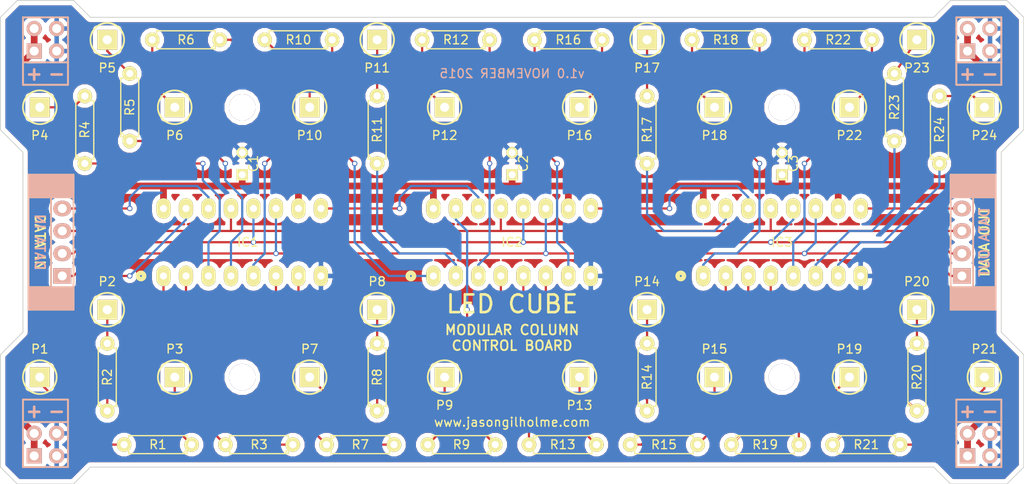
<source format=kicad_pcb>
(kicad_pcb (version 4) (host pcbnew 4.0.0-rc2-stable)
  (layers (0 F.Cu signal) (31 B.Cu signal) (34 B.Paste user) (35 F.Paste user) (36 B.SilkS user) (37 F.SilkS user) (38 B.Mask user) (39 F.Mask user) (44 Edge.Cuts user))
  (net 0 "")
  (net 1 GND)
  (net 2 "Net-(IC1-Pad1)")
  (net 3 "Net-(IC1-Pad2)")
  (net 4 "Net-(IC1-Pad3)")
  (net 5 "Net-(IC1-Pad4)")
  (net 6 "Net-(IC1-Pad5)")
  (net 7 "Net-(IC1-Pad6)")
  (net 8 "Net-(IC1-Pad7)")
  (net 9 "Net-(IC1-Pad9)")
  (net 10 "Net-(IC1-Pad15)")
  (net 11 "Net-(IC2-Pad1)")
  (net 12 "Net-(IC2-Pad2)")
  (net 13 "Net-(IC2-Pad3)")
  (net 14 "Net-(IC2-Pad4)")
  (net 15 "Net-(IC2-Pad5)")
  (net 16 "Net-(IC2-Pad6)")
  (net 17 "Net-(IC2-Pad7)")
  (net 18 "Net-(IC2-Pad9)")
  (net 19 "Net-(IC2-Pad15)")
  (net 20 "Net-(IC3-Pad1)")
  (net 21 "Net-(IC3-Pad2)")
  (net 22 "Net-(IC3-Pad3)")
  (net 23 "Net-(IC3-Pad4)")
  (net 24 "Net-(IC3-Pad5)")
  (net 25 "Net-(IC3-Pad6)")
  (net 26 "Net-(IC3-Pad7)")
  (net 27 "Net-(IC3-Pad15)")
  (net 28 "Net-(P1-Pad1)")
  (net 29 "Net-(P2-Pad1)")
  (net 30 "Net-(P3-Pad1)")
  (net 31 "Net-(P4-Pad1)")
  (net 32 "Net-(P5-Pad1)")
  (net 33 "Net-(P6-Pad1)")
  (net 34 "Net-(P7-Pad1)")
  (net 35 "Net-(P8-Pad1)")
  (net 36 "Net-(P9-Pad1)")
  (net 37 "Net-(P10-Pad1)")
  (net 38 "Net-(P11-Pad1)")
  (net 39 "Net-(P12-Pad1)")
  (net 40 "Net-(P13-Pad1)")
  (net 41 "Net-(P14-Pad1)")
  (net 42 "Net-(P15-Pad1)")
  (net 43 "Net-(P16-Pad1)")
  (net 44 "Net-(P17-Pad1)")
  (net 45 "Net-(P18-Pad1)")
  (net 46 "Net-(P19-Pad1)")
  (net 47 "Net-(P20-Pad1)")
  (net 48 "Net-(P21-Pad1)")
  (net 49 "Net-(P22-Pad1)")
  (net 50 "Net-(P23-Pad1)")
  (net 51 "Net-(P24-Pad1)")
  (net 52 +5V)
  (net 53 "Net-(IC1-Pad11)")
  (net 54 "Net-(IC1-Pad12)")
  (net 55 "Net-(IC1-Pad13)")
  (net 56 "Net-(IC1-Pad14)")
  (net 57 "Net-(IC3-Pad9)")
  (module Housings_DIP:DIP-16_W7.62mm_LongPads (layer F.Cu) (at 160.02 101.6 90)
    (fp_text reference IC3 (at 3.81 8.89 180) (layer F.SilkS))
    (fp_text value 74HC595 hide)
    (pad 1 thru_hole oval (at 0 0 90) (size 2.3 1.6) (drill 0.8) (layers *.Cu *.Mask F.SilkS) (net 20 "Net-(IC3-Pad1)"))
    (pad 2 thru_hole oval (at 0 2.54 90) (size 2.3 1.6) (drill 0.8) (layers *.Cu *.Mask F.SilkS) (net 21 "Net-(IC3-Pad2)"))
    (pad 3 thru_hole oval (at 0 5.08 90) (size 2.3 1.6) (drill 0.8) (layers *.Cu *.Mask F.SilkS) (net 22 "Net-(IC3-Pad3)"))
    (pad 4 thru_hole oval (at 0 7.62 90) (size 2.3 1.6) (drill 0.8) (layers *.Cu *.Mask F.SilkS) (net 23 "Net-(IC3-Pad4)"))
    (pad 5 thru_hole oval (at 0 10.16 90) (size 2.3 1.6) (drill 0.8) (layers *.Cu *.Mask F.SilkS) (net 24 "Net-(IC3-Pad5)"))
    (pad 6 thru_hole oval (at 0 12.7 90) (size 2.3 1.6) (drill 0.8) (layers *.Cu *.Mask F.SilkS) (net 25 "Net-(IC3-Pad6)"))
    (pad 7 thru_hole oval (at 0 15.24 90) (size 2.3 1.6) (drill 0.8) (layers *.Cu *.Mask F.SilkS) (net 26 "Net-(IC3-Pad7)"))
    (pad 8 thru_hole oval (at 0 17.78 90) (size 2.3 1.6) (drill 0.8) (layers *.Cu *.Mask F.SilkS) (net 1 GND))
    (pad 9 thru_hole oval (at 7.62 17.78 90) (size 2.3 1.6) (drill 0.8) (layers *.Cu *.Mask F.SilkS) (net 57 "Net-(IC3-Pad9)"))
    (pad 10 thru_hole oval (at 7.62 15.24 90) (size 2.3 1.6) (drill 0.8) (layers *.Cu *.Mask F.SilkS) (net 52 +5V))
    (pad 11 thru_hole oval (at 7.62 12.7 90) (size 2.3 1.6) (drill 0.8) (layers *.Cu *.Mask F.SilkS) (net 53 "Net-(IC1-Pad11)"))
    (pad 12 thru_hole oval (at 7.62 10.16 90) (size 2.3 1.6) (drill 0.8) (layers *.Cu *.Mask F.SilkS) (net 54 "Net-(IC1-Pad12)"))
    (pad 13 thru_hole oval (at 7.62 7.62 90) (size 2.3 1.6) (drill 0.8) (layers *.Cu *.Mask F.SilkS) (net 55 "Net-(IC1-Pad13)"))
    (pad 14 thru_hole oval (at 7.62 5.08 90) (size 2.3 1.6) (drill 0.8) (layers *.Cu *.Mask F.SilkS) (net 18 "Net-(IC2-Pad9)"))
    (pad 15 thru_hole oval (at 7.62 2.54 90) (size 2.3 1.6) (drill 0.8) (layers *.Cu *.Mask F.SilkS) (net 27 "Net-(IC3-Pad15)"))
    (pad 16 thru_hole oval (at 7.62 0 90) (size 2.3 1.6) (drill 0.8) (layers *.Cu *.Mask F.SilkS) (net 52 +5V))
  )
  (module Housings_DIP:DIP-16_W7.62mm_LongPads (layer F.Cu) (at 129.54 101.6 90)
    (fp_text reference IC2 (at 3.81 8.89 360) (layer F.SilkS))
    (fp_text value 74HC595 hide)
    (pad 1 thru_hole oval (at 0 0 90) (size 2.3 1.6) (drill 0.8) (layers *.Cu *.Mask F.SilkS) (net 11 "Net-(IC2-Pad1)"))
    (pad 2 thru_hole oval (at 0 2.54 90) (size 2.3 1.6) (drill 0.8) (layers *.Cu *.Mask F.SilkS) (net 12 "Net-(IC2-Pad2)"))
    (pad 3 thru_hole oval (at 0 5.08 90) (size 2.3 1.6) (drill 0.8) (layers *.Cu *.Mask F.SilkS) (net 13 "Net-(IC2-Pad3)"))
    (pad 4 thru_hole oval (at 0 7.62 90) (size 2.3 1.6) (drill 0.8) (layers *.Cu *.Mask F.SilkS) (net 14 "Net-(IC2-Pad4)"))
    (pad 5 thru_hole oval (at 0 10.16 90) (size 2.3 1.6) (drill 0.8) (layers *.Cu *.Mask F.SilkS) (net 15 "Net-(IC2-Pad5)"))
    (pad 6 thru_hole oval (at 0 12.7 90) (size 2.3 1.6) (drill 0.8) (layers *.Cu *.Mask F.SilkS) (net 16 "Net-(IC2-Pad6)"))
    (pad 7 thru_hole oval (at 0 15.24 90) (size 2.3 1.6) (drill 0.8) (layers *.Cu *.Mask F.SilkS) (net 17 "Net-(IC2-Pad7)"))
    (pad 8 thru_hole oval (at 0 17.78 90) (size 2.3 1.6) (drill 0.8) (layers *.Cu *.Mask F.SilkS) (net 1 GND))
    (pad 9 thru_hole oval (at 7.62 17.78 90) (size 2.3 1.6) (drill 0.8) (layers *.Cu *.Mask F.SilkS) (net 18 "Net-(IC2-Pad9)"))
    (pad 10 thru_hole oval (at 7.62 15.24 90) (size 2.3 1.6) (drill 0.8) (layers *.Cu *.Mask F.SilkS) (net 52 +5V))
    (pad 11 thru_hole oval (at 7.62 12.7 90) (size 2.3 1.6) (drill 0.8) (layers *.Cu *.Mask F.SilkS) (net 53 "Net-(IC1-Pad11)"))
    (pad 12 thru_hole oval (at 7.62 10.16 90) (size 2.3 1.6) (drill 0.8) (layers *.Cu *.Mask F.SilkS) (net 54 "Net-(IC1-Pad12)"))
    (pad 13 thru_hole oval (at 7.62 7.62 90) (size 2.3 1.6) (drill 0.8) (layers *.Cu *.Mask F.SilkS) (net 55 "Net-(IC1-Pad13)"))
    (pad 14 thru_hole oval (at 7.62 5.08 90) (size 2.3 1.6) (drill 0.8) (layers *.Cu *.Mask F.SilkS) (net 9 "Net-(IC1-Pad9)"))
    (pad 15 thru_hole oval (at 7.62 2.54 90) (size 2.3 1.6) (drill 0.8) (layers *.Cu *.Mask F.SilkS) (net 19 "Net-(IC2-Pad15)"))
    (pad 16 thru_hole oval (at 7.62 0 90) (size 2.3 1.6) (drill 0.8) (layers *.Cu *.Mask F.SilkS) (net 52 +5V))
  )
  (module Housings_DIP:DIP-16_W7.62mm_LongPads (layer F.Cu) (at 99.06 101.6 90)
    (fp_text reference IC1 (at 3.81 9.525 360) (layer F.SilkS))
    (fp_text value 74HC595 hide)
    (pad 1 thru_hole oval (at 0 0 90) (size 2.3 1.6) (drill 0.8) (layers *.Cu *.Mask F.SilkS) (net 2 "Net-(IC1-Pad1)"))
    (pad 2 thru_hole oval (at 0 2.54 90) (size 2.3 1.6) (drill 0.8) (layers *.Cu *.Mask F.SilkS) (net 3 "Net-(IC1-Pad2)"))
    (pad 3 thru_hole oval (at 0 5.08 90) (size 2.3 1.6) (drill 0.8) (layers *.Cu *.Mask F.SilkS) (net 4 "Net-(IC1-Pad3)"))
    (pad 4 thru_hole oval (at 0 7.62 90) (size 2.3 1.6) (drill 0.8) (layers *.Cu *.Mask F.SilkS) (net 5 "Net-(IC1-Pad4)"))
    (pad 5 thru_hole oval (at 0 10.16 90) (size 2.3 1.6) (drill 0.8) (layers *.Cu *.Mask F.SilkS) (net 6 "Net-(IC1-Pad5)"))
    (pad 6 thru_hole oval (at 0 12.7 90) (size 2.3 1.6) (drill 0.8) (layers *.Cu *.Mask F.SilkS) (net 7 "Net-(IC1-Pad6)"))
    (pad 7 thru_hole oval (at 0 15.24 90) (size 2.3 1.6) (drill 0.8) (layers *.Cu *.Mask F.SilkS) (net 8 "Net-(IC1-Pad7)"))
    (pad 8 thru_hole oval (at 0 17.78 90) (size 2.3 1.6) (drill 0.8) (layers *.Cu *.Mask F.SilkS) (net 1 GND))
    (pad 9 thru_hole oval (at 7.62 17.78 90) (size 2.3 1.6) (drill 0.8) (layers *.Cu *.Mask F.SilkS) (net 9 "Net-(IC1-Pad9)"))
    (pad 10 thru_hole oval (at 7.62 15.24 90) (size 2.3 1.6) (drill 0.8) (layers *.Cu *.Mask F.SilkS) (net 52 +5V))
    (pad 11 thru_hole oval (at 7.62 12.7 90) (size 2.3 1.6) (drill 0.8) (layers *.Cu *.Mask F.SilkS) (net 53 "Net-(IC1-Pad11)"))
    (pad 12 thru_hole oval (at 7.62 10.16 90) (size 2.3 1.6) (drill 0.8) (layers *.Cu *.Mask F.SilkS) (net 54 "Net-(IC1-Pad12)"))
    (pad 13 thru_hole oval (at 7.62 7.62 90) (size 2.3 1.6) (drill 0.8) (layers *.Cu *.Mask F.SilkS) (net 55 "Net-(IC1-Pad13)"))
    (pad 14 thru_hole oval (at 7.62 5.08 90) (size 2.3 1.6) (drill 0.8) (layers *.Cu *.Mask F.SilkS) (net 56 "Net-(IC1-Pad14)"))
    (pad 15 thru_hole oval (at 7.62 2.54 90) (size 2.3 1.6) (drill 0.8) (layers *.Cu *.Mask F.SilkS) (net 10 "Net-(IC1-Pad15)"))
    (pad 16 thru_hole oval (at 7.62 0 90) (size 2.3 1.6) (drill 0.8) (layers *.Cu *.Mask F.SilkS) (net 52 +5V))
  )
  (module Capacitors_ThroughHole:C_Disc_D3_P2.5 (layer F.Cu) (at 168.91 90.17 90)
    (fp_text reference C3 (at 1.27 1.27 90) (layer F.SilkS))
    (fp_text value 0.1uF hide)
    (pad 1 thru_hole rect (at 0 0 90) (size 1.3 1.3) (drill 0.8) (layers *.Cu *.Mask F.SilkS) (net 52 +5V))
    (pad 2 thru_hole circle (at 2.5 0 90) (size 1.3 1.3) (drill 0.8001) (layers *.Cu *.Mask F.SilkS) (net 1 GND))
  )
  (module Capacitors_ThroughHole:C_Disc_D3_P2.5 (layer F.Cu) (at 138.43 90.17 90)
    (fp_text reference C2 (at 1.27 1.27 90) (layer F.SilkS))
    (fp_text value 0.1uF hide)
    (pad 1 thru_hole rect (at 0 0 90) (size 1.3 1.3) (drill 0.8) (layers *.Cu *.Mask F.SilkS) (net 52 +5V))
    (pad 2 thru_hole circle (at 2.5 0 90) (size 1.3 1.3) (drill 0.8001) (layers *.Cu *.Mask F.SilkS) (net 1 GND))
  )
  (module Capacitors_ThroughHole:C_Disc_D3_P2.5 (layer F.Cu) (at 107.95 90.17 90)
    (fp_text reference C1 (at 1.27 1.27 90) (layer F.SilkS))
    (fp_text value 0.1uF hide)
    (pad 1 thru_hole rect (at 0 0 90) (size 1.3 1.3) (drill 0.8) (layers *.Cu *.Mask F.SilkS) (net 52 +5V))
    (pad 2 thru_hole circle (at 2.5 0 90) (size 1.3 1.3) (drill 0.8001) (layers *.Cu *.Mask F.SilkS) (net 1 GND))
  )
  (module Socket_Strips:Socket_Strip_Straight_1x01 (layer F.Cu) (at 130.81 82.55)
    (fp_text reference P12 (at 0 3.175) (layer F.SilkS))
    (fp_text value CONN_1 hide)
    (pad 1 thru_hole rect (at 0 0) (size 2.2352 2.2352) (drill 1.016) (layers *.Cu *.Mask F.SilkS) (net 39 "Net-(P12-Pad1)"))
  )
  (module Socket_Strips:Socket_Strip_Straight_1x01 (layer F.Cu) (at 123.19 74.93)
    (fp_text reference P11 (at 0 3.175) (layer F.SilkS))
    (fp_text value CONN_1 hide)
    (pad 1 thru_hole rect (at 0 0) (size 2.2352 2.2352) (drill 1.016) (layers *.Cu *.Mask F.SilkS) (net 38 "Net-(P11-Pad1)"))
  )
  (module Socket_Strips:Socket_Strip_Straight_1x01 (layer F.Cu) (at 115.57 82.55)
    (fp_text reference P10 (at 0 3.175) (layer F.SilkS))
    (fp_text value CONN_1 hide)
    (pad 1 thru_hole rect (at 0 0) (size 2.2352 2.2352) (drill 1.016) (layers *.Cu *.Mask F.SilkS) (net 37 "Net-(P10-Pad1)"))
  )
  (module Socket_Strips:Socket_Strip_Straight_1x01 (layer F.Cu) (at 161.29 82.55)
    (fp_text reference P18 (at 0 3.175) (layer F.SilkS))
    (fp_text value CONN_1 hide)
    (pad 1 thru_hole rect (at 0 0) (size 2.2352 2.2352) (drill 1.016) (layers *.Cu *.Mask F.SilkS) (net 45 "Net-(P18-Pad1)"))
  )
  (module Socket_Strips:Socket_Strip_Straight_1x01 (layer F.Cu) (at 153.67 74.93)
    (fp_text reference P17 (at 0 3.175) (layer F.SilkS))
    (fp_text value CONN_1 hide)
    (pad 1 thru_hole rect (at 0 0) (size 2.2352 2.2352) (drill 1.016) (layers *.Cu *.Mask F.SilkS) (net 44 "Net-(P17-Pad1)"))
  )
  (module Socket_Strips:Socket_Strip_Straight_1x01 (layer F.Cu) (at 146.05 82.55)
    (fp_text reference P16 (at 0 3.175) (layer F.SilkS))
    (fp_text value CONN_1 hide)
    (pad 1 thru_hole rect (at 0 0) (size 2.2352 2.2352) (drill 1.016) (layers *.Cu *.Mask F.SilkS) (net 43 "Net-(P16-Pad1)"))
  )
  (module Socket_Strips:Socket_Strip_Straight_1x01 (layer F.Cu) (at 191.77 82.55)
    (fp_text reference P24 (at 0 3.175) (layer F.SilkS))
    (fp_text value CONN_1 hide)
    (pad 1 thru_hole rect (at 0 0) (size 2.2352 2.2352) (drill 1.016) (layers *.Cu *.Mask F.SilkS) (net 51 "Net-(P24-Pad1)"))
  )
  (module Socket_Strips:Socket_Strip_Straight_1x01 (layer F.Cu) (at 176.53 82.55)
    (fp_text reference P22 (at 0 3.175) (layer F.SilkS))
    (fp_text value CONN_1 hide)
    (pad 1 thru_hole rect (at 0 0) (size 2.2352 2.2352) (drill 1.016) (layers *.Cu *.Mask F.SilkS) (net 49 "Net-(P22-Pad1)"))
  )
  (module Socket_Strips:Socket_Strip_Straight_1x01 (layer F.Cu) (at 184.15 74.93)
    (fp_text reference P23 (at 0 3.175) (layer F.SilkS))
    (fp_text value CONN_1 hide)
    (pad 1 thru_hole rect (at 0 0) (size 2.2352 2.2352) (drill 1.016) (layers *.Cu *.Mask F.SilkS) (net 50 "Net-(P23-Pad1)"))
  )
  (module Socket_Strips:Socket_Strip_Straight_1x01 (layer F.Cu) (at 191.77 113.03)
    (fp_text reference P21 (at 0 -3.175) (layer F.SilkS))
    (fp_text value CONN_1 hide)
    (pad 1 thru_hole rect (at 0 0) (size 2.2352 2.2352) (drill 1.016) (layers *.Cu *.Mask F.SilkS) (net 48 "Net-(P21-Pad1)"))
  )
  (module Socket_Strips:Socket_Strip_Straight_1x01 (layer F.Cu) (at 184.15 105.41)
    (fp_text reference P20 (at 0 -3.175) (layer F.SilkS))
    (fp_text value CONN_1 hide)
    (pad 1 thru_hole rect (at 0 0) (size 2.2352 2.2352) (drill 1.016) (layers *.Cu *.Mask F.SilkS) (net 47 "Net-(P20-Pad1)"))
  )
  (module Socket_Strips:Socket_Strip_Straight_1x01 (layer F.Cu) (at 176.53 113.03)
    (fp_text reference P19 (at 0 -3.175) (layer F.SilkS))
    (fp_text value CONN_1 hide)
    (pad 1 thru_hole rect (at 0 0) (size 2.2352 2.2352) (drill 1.016) (layers *.Cu *.Mask F.SilkS) (net 46 "Net-(P19-Pad1)"))
  )
  (module Socket_Strips:Socket_Strip_Straight_1x01 (layer F.Cu) (at 161.29 113.03)
    (fp_text reference P15 (at 0 -3.175) (layer F.SilkS))
    (fp_text value CONN_1 hide)
    (pad 1 thru_hole rect (at 0 0) (size 2.2352 2.2352) (drill 1.016) (layers *.Cu *.Mask F.SilkS) (net 42 "Net-(P15-Pad1)"))
  )
  (module Socket_Strips:Socket_Strip_Straight_1x01 (layer F.Cu) (at 153.67 105.41)
    (fp_text reference P14 (at 0 -3.175) (layer F.SilkS))
    (fp_text value CONN_1 hide)
    (pad 1 thru_hole rect (at 0 0) (size 2.2352 2.2352) (drill 1.016) (layers *.Cu *.Mask F.SilkS) (net 41 "Net-(P14-Pad1)"))
  )
  (module Socket_Strips:Socket_Strip_Straight_1x01 (layer F.Cu) (at 146.05 113.03)
    (fp_text reference P13 (at 0 3.175) (layer F.SilkS))
    (fp_text value CONN_1 hide)
    (pad 1 thru_hole rect (at 0 0) (size 2.2352 2.2352) (drill 1.016) (layers *.Cu *.Mask F.SilkS) (net 40 "Net-(P13-Pad1)"))
  )
  (module Socket_Strips:Socket_Strip_Straight_1x01 (layer F.Cu) (at 130.81 113.03)
    (fp_text reference P9 (at 0 3.175) (layer F.SilkS))
    (fp_text value CONN_1 hide)
    (pad 1 thru_hole rect (at 0 0) (size 2.2352 2.2352) (drill 1.016) (layers *.Cu *.Mask F.SilkS) (net 36 "Net-(P9-Pad1)"))
  )
  (module Socket_Strips:Socket_Strip_Straight_1x01 (layer F.Cu) (at 123.19 105.41)
    (fp_text reference P8 (at 0 -3.175) (layer F.SilkS))
    (fp_text value CONN_1 hide)
    (pad 1 thru_hole rect (at 0 0) (size 2.2352 2.2352) (drill 1.016) (layers *.Cu *.Mask F.SilkS) (net 35 "Net-(P8-Pad1)"))
  )
  (module Socket_Strips:Socket_Strip_Straight_1x01 (layer F.Cu) (at 115.57 113.03)
    (fp_text reference P7 (at 0 -3.175) (layer F.SilkS))
    (fp_text value CONN_1 hide)
    (pad 1 thru_hole rect (at 0 0) (size 2.2352 2.2352) (drill 1.016) (layers *.Cu *.Mask F.SilkS) (net 34 "Net-(P7-Pad1)"))
  )
  (module Socket_Strips:Socket_Strip_Straight_1x01 (layer F.Cu) (at 100.33 113.03)
    (fp_text reference P3 (at 0 -3.175) (layer F.SilkS))
    (fp_text value CONN_1 hide)
    (pad 1 thru_hole rect (at 0 0) (size 2.2352 2.2352) (drill 1.016) (layers *.Cu *.Mask F.SilkS) (net 30 "Net-(P3-Pad1)"))
  )
  (module Socket_Strips:Socket_Strip_Straight_1x01 (layer F.Cu) (at 85.09 113.03)
    (fp_text reference P1 (at 0 -3.175) (layer F.SilkS))
    (fp_text value CONN_1 hide)
    (pad 1 thru_hole rect (at 0 0) (size 2.2352 2.2352) (drill 1.016) (layers *.Cu *.Mask F.SilkS) (net 28 "Net-(P1-Pad1)"))
  )
  (module Socket_Strips:Socket_Strip_Straight_1x01 (layer F.Cu) (at 92.71 105.41)
    (fp_text reference P2 (at 0 -3.175) (layer F.SilkS))
    (fp_text value CONN_1 hide)
    (pad 1 thru_hole rect (at 0 0) (size 2.2352 2.2352) (drill 1.016) (layers *.Cu *.Mask F.SilkS) (net 29 "Net-(P2-Pad1)"))
  )
  (module Socket_Strips:Socket_Strip_Straight_1x01 (layer F.Cu) (at 100.33 82.55)
    (fp_text reference P6 (at 0 3.175) (layer F.SilkS))
    (fp_text value CONN_1 hide)
    (pad 1 thru_hole rect (at 0 0) (size 2.2352 2.2352) (drill 1.016) (layers *.Cu *.Mask F.SilkS) (net 33 "Net-(P6-Pad1)"))
  )
  (module Socket_Strips:Socket_Strip_Straight_1x01 (layer F.Cu) (at 85.09 82.55)
    (fp_text reference P4 (at 0 3.175) (layer F.SilkS))
    (fp_text value CONN_1 hide)
    (pad 1 thru_hole rect (at 0 0) (size 2.2352 2.2352) (drill 1.016) (layers *.Cu *.Mask F.SilkS) (net 31 "Net-(P4-Pad1)"))
  )
  (module Socket_Strips:Socket_Strip_Straight_1x01 (layer F.Cu) (at 92.71 74.93)
    (fp_text reference P5 (at 0 3.175) (layer F.SilkS))
    (fp_text value CONN_1 hide)
    (pad 1 thru_hole rect (at 0 0) (size 2.2352 2.2352) (drill 1.016) (layers *.Cu *.Mask F.SilkS) (net 32 "Net-(P5-Pad1)"))
  )
  (module Socket_Strips:Socket_Strip_Straight_2x02 (layer B.Cu) (at 189.865 121.92)
    (fp_text reference P30 hide)
    (fp_text value CONN_02X02 hide)
    (pad 1 thru_hole rect (at 0 0) (size 1.7272 1.7272) (drill 1.016) (layers *.Cu *.Mask B.SilkS) (net 52 +5V))
    (pad 2 thru_hole oval (at 0 -2.54) (size 1.7272 1.7272) (drill 1.016) (layers *.Cu *.Mask B.SilkS) (net 52 +5V))
    (pad 3 thru_hole oval (at 2.54 0) (size 1.7272 1.7272) (drill 1.016) (layers *.Cu *.Mask B.SilkS) (net 1 GND))
    (pad 4 thru_hole oval (at 2.54 -2.54) (size 1.7272 1.7272) (drill 1.016) (layers *.Cu *.Mask B.SilkS) (net 1 GND))
  )
  (module Socket_Strips:Socket_Strip_Straight_2x02 (layer B.Cu) (at 189.865 76.2)
    (fp_text reference P28 hide)
    (fp_text value CONN_02X02 hide)
    (pad 1 thru_hole rect (at 0 0) (size 1.7272 1.7272) (drill 1.016) (layers *.Cu *.Mask B.SilkS) (net 52 +5V))
    (pad 2 thru_hole oval (at 0 -2.54) (size 1.7272 1.7272) (drill 1.016) (layers *.Cu *.Mask B.SilkS) (net 52 +5V))
    (pad 3 thru_hole oval (at 2.54 0) (size 1.7272 1.7272) (drill 1.016) (layers *.Cu *.Mask B.SilkS) (net 1 GND))
    (pad 4 thru_hole oval (at 2.54 -2.54) (size 1.7272 1.7272) (drill 1.016) (layers *.Cu *.Mask B.SilkS) (net 1 GND))
  )
  (module Socket_Strips:Socket_Strip_Straight_2x02 (layer B.Cu) (at 84.455 121.92)
    (fp_text reference P29 hide)
    (fp_text value CONN_02X02 hide)
    (pad 1 thru_hole rect (at 0 0) (size 1.7272 1.7272) (drill 1.016) (layers *.Cu *.Mask B.SilkS) (net 52 +5V))
    (pad 2 thru_hole oval (at 0 -2.54) (size 1.7272 1.7272) (drill 1.016) (layers *.Cu *.Mask B.SilkS) (net 52 +5V))
    (pad 3 thru_hole oval (at 2.54 0) (size 1.7272 1.7272) (drill 1.016) (layers *.Cu *.Mask B.SilkS) (net 1 GND))
    (pad 4 thru_hole oval (at 2.54 -2.54) (size 1.7272 1.7272) (drill 1.016) (layers *.Cu *.Mask B.SilkS) (net 1 GND))
  )
  (module Socket_Strips:Socket_Strip_Straight_1x04 (layer B.Cu) (at 189.23 101.6 90)
    (fp_text reference P26 hide)
    (fp_text value CONN_01X04 hide)
    (pad 1 thru_hole rect (at 0 0 90) (size 1.7272 2.032) (drill 1.016) (layers *.Cu *.Mask B.SilkS) (net 53 "Net-(IC1-Pad11)"))
    (pad 2 thru_hole oval (at 2.54 0 90) (size 1.7272 2.032) (drill 1.016) (layers *.Cu *.Mask B.SilkS) (net 54 "Net-(IC1-Pad12)"))
    (pad 3 thru_hole oval (at 5.08 0 90) (size 1.7272 2.032) (drill 1.016) (layers *.Cu *.Mask B.SilkS) (net 55 "Net-(IC1-Pad13)"))
    (pad 4 thru_hole oval (at 7.62 0 90) (size 1.7272 2.032) (drill 1.016) (layers *.Cu *.Mask B.SilkS) (net 57 "Net-(IC3-Pad9)"))
  )
  (module Socket_Strips:Socket_Strip_Straight_1x04 (layer B.Cu) (at 87.63 101.6 90)
    (fp_text reference P25 hide)
    (fp_text value CONN_01X04 hide)
    (pad 1 thru_hole rect (at 0 0 90) (size 1.7272 2.032) (drill 1.016) (layers *.Cu *.Mask B.SilkS) (net 53 "Net-(IC1-Pad11)"))
    (pad 2 thru_hole oval (at 2.54 0 90) (size 1.7272 2.032) (drill 1.016) (layers *.Cu *.Mask B.SilkS) (net 54 "Net-(IC1-Pad12)"))
    (pad 3 thru_hole oval (at 5.08 0 90) (size 1.7272 2.032) (drill 1.016) (layers *.Cu *.Mask B.SilkS) (net 55 "Net-(IC1-Pad13)"))
    (pad 4 thru_hole oval (at 7.62 0 90) (size 1.7272 2.032) (drill 1.016) (layers *.Cu *.Mask B.SilkS) (net 56 "Net-(IC1-Pad14)"))
  )
  (module Socket_Strips:Socket_Strip_Straight_2x02 (layer B.Cu) (at 84.455 76.2)
    (fp_text reference P27 hide)
    (fp_text value CONN_02X02 hide)
    (pad 1 thru_hole rect (at 0 0) (size 1.7272 1.7272) (drill 1.016) (layers *.Cu *.Mask B.SilkS) (net 52 +5V))
    (pad 2 thru_hole oval (at 0 -2.54) (size 1.7272 1.7272) (drill 1.016) (layers *.Cu *.Mask B.SilkS) (net 52 +5V))
    (pad 3 thru_hole oval (at 2.54 0) (size 1.7272 1.7272) (drill 1.016) (layers *.Cu *.Mask B.SilkS) (net 1 GND))
    (pad 4 thru_hole oval (at 2.54 -2.54) (size 1.7272 1.7272) (drill 1.016) (layers *.Cu *.Mask B.SilkS) (net 1 GND))
  )
  (module Mounting_Holes:MountingHole_3mm (layer F.Cu) (at 168.91 82.55)
    (fp_text reference REF** hide)
    (fp_text value MountingHole_3mm hide)
    (pad 1 thru_hole circle (at 0 0) (size 3 3) (drill 3) (layers))
  )
  (module Mounting_Holes:MountingHole_3mm (layer F.Cu) (at 107.95 82.55)
    (fp_text reference REF** hide)
    (fp_text value MountingHole_3mm hide)
    (pad 1 thru_hole circle (at 0 0) (size 3 3) (drill 3) (layers))
  )
  (module Mounting_Holes:MountingHole_3mm (layer F.Cu) (at 168.91 113.03)
    (fp_text reference REF** hide)
    (fp_text value MountingHole_3mm hide)
    (pad 1 thru_hole circle (at 0 0) (size 3 3) (drill 3) (layers))
  )
  (module Mounting_Holes:MountingHole_3mm (layer F.Cu) (at 107.95 113.03)
    (fp_text reference REF** hide)
    (fp_text value MountingHole_3mm hide)
    (pad 1 thru_hole circle (at 0 0) (size 3 3) (drill 3) (layers))
  )
  (module Discret:R3-LARGE_PADS (layer F.Cu) (at 98.425 120.65 180)
    (fp_text reference R1 (at 0 0 180) (layer F.SilkS))
    (fp_text value R)
    (pad 1 thru_hole circle (at -3.81 0 180) (size 1.651 1.651) (drill 0.8128) (layers *.Cu *.Mask F.SilkS) (net 10 "Net-(IC1-Pad15)"))
    (pad 2 thru_hole circle (at 3.81 0 180) (size 1.651 1.651) (drill 0.8128) (layers *.Cu *.Mask F.SilkS) (net 28 "Net-(P1-Pad1)"))
  )
  (module Discret:R3-LARGE_PADS (layer F.Cu) (at 92.71 113.03 90)
    (fp_text reference R2 (at 0 0 90) (layer F.SilkS))
    (fp_text value R)
    (pad 1 thru_hole circle (at -3.81 0 90) (size 1.651 1.651) (drill 0.8128) (layers *.Cu *.Mask F.SilkS) (net 2 "Net-(IC1-Pad1)"))
    (pad 2 thru_hole circle (at 3.81 0 90) (size 1.651 1.651) (drill 0.8128) (layers *.Cu *.Mask F.SilkS) (net 29 "Net-(P2-Pad1)"))
  )
  (module Discret:R3-LARGE_PADS (layer F.Cu) (at 109.855 120.65 180)
    (fp_text reference R3 (at 0 0 180) (layer F.SilkS))
    (fp_text value R)
    (pad 1 thru_hole circle (at -3.81 0 180) (size 1.651 1.651) (drill 0.8128) (layers *.Cu *.Mask F.SilkS) (net 3 "Net-(IC1-Pad2)"))
    (pad 2 thru_hole circle (at 3.81 0 180) (size 1.651 1.651) (drill 0.8128) (layers *.Cu *.Mask F.SilkS) (net 30 "Net-(P3-Pad1)"))
  )
  (module Discret:R3-LARGE_PADS (layer F.Cu) (at 90.17 85.09 90)
    (fp_text reference R4 (at 0 0 90) (layer F.SilkS))
    (fp_text value R)
    (pad 1 thru_hole circle (at -3.81 0 90) (size 1.651 1.651) (drill 0.8128) (layers *.Cu *.Mask F.SilkS) (net 4 "Net-(IC1-Pad3)"))
    (pad 2 thru_hole circle (at 3.81 0 90) (size 1.651 1.651) (drill 0.8128) (layers *.Cu *.Mask F.SilkS) (net 31 "Net-(P4-Pad1)"))
  )
  (module Discret:R3-LARGE_PADS (layer F.Cu) (at 95.25 82.55 90)
    (fp_text reference R5 (at 0 0 90) (layer F.SilkS))
    (fp_text value R)
    (pad 1 thru_hole circle (at -3.81 0 90) (size 1.651 1.651) (drill 0.8128) (layers *.Cu *.Mask F.SilkS) (net 5 "Net-(IC1-Pad4)"))
    (pad 2 thru_hole circle (at 3.81 0 90) (size 1.651 1.651) (drill 0.8128) (layers *.Cu *.Mask F.SilkS) (net 32 "Net-(P5-Pad1)"))
  )
  (module Discret:R3-LARGE_PADS (layer F.Cu) (at 101.6 74.93 180)
    (fp_text reference R6 (at 0 0 180) (layer F.SilkS))
    (fp_text value R)
    (pad 1 thru_hole circle (at -3.81 0 180) (size 1.651 1.651) (drill 0.8128) (layers *.Cu *.Mask F.SilkS) (net 6 "Net-(IC1-Pad5)"))
    (pad 2 thru_hole circle (at 3.81 0 180) (size 1.651 1.651) (drill 0.8128) (layers *.Cu *.Mask F.SilkS) (net 33 "Net-(P6-Pad1)"))
  )
  (module Discret:R3-LARGE_PADS (layer F.Cu) (at 121.285 120.65)
    (fp_text reference R7 (at 0 0) (layer F.SilkS))
    (fp_text value R)
    (pad 1 thru_hole circle (at -3.81 0) (size 1.651 1.651) (drill 0.8128) (layers *.Cu *.Mask F.SilkS) (net 7 "Net-(IC1-Pad6)"))
    (pad 2 thru_hole circle (at 3.81 0) (size 1.651 1.651) (drill 0.8128) (layers *.Cu *.Mask F.SilkS) (net 34 "Net-(P7-Pad1)"))
  )
  (module Discret:R3-LARGE_PADS (layer F.Cu) (at 123.19 113.03 90)
    (fp_text reference R8 (at 0 0 90) (layer F.SilkS))
    (fp_text value R)
    (pad 1 thru_hole circle (at -3.81 0 90) (size 1.651 1.651) (drill 0.8128) (layers *.Cu *.Mask F.SilkS) (net 8 "Net-(IC1-Pad7)"))
    (pad 2 thru_hole circle (at 3.81 0 90) (size 1.651 1.651) (drill 0.8128) (layers *.Cu *.Mask F.SilkS) (net 35 "Net-(P8-Pad1)"))
  )
  (module Discret:R3-LARGE_PADS (layer F.Cu) (at 132.715 120.65 180)
    (fp_text reference R9 (at 0 0 180) (layer F.SilkS))
    (fp_text value R)
    (pad 1 thru_hole circle (at -3.81 0 180) (size 1.651 1.651) (drill 0.8128) (layers *.Cu *.Mask F.SilkS) (net 19 "Net-(IC2-Pad15)"))
    (pad 2 thru_hole circle (at 3.81 0 180) (size 1.651 1.651) (drill 0.8128) (layers *.Cu *.Mask F.SilkS) (net 36 "Net-(P9-Pad1)"))
  )
  (module Discret:R3-LARGE_PADS (layer F.Cu) (at 114.3 74.93 180)
    (fp_text reference R10 (at 0 0 180) (layer F.SilkS))
    (fp_text value R)
    (pad 1 thru_hole circle (at -3.81 0 180) (size 1.651 1.651) (drill 0.8128) (layers *.Cu *.Mask F.SilkS) (net 11 "Net-(IC2-Pad1)"))
    (pad 2 thru_hole circle (at 3.81 0 180) (size 1.651 1.651) (drill 0.8128) (layers *.Cu *.Mask F.SilkS) (net 37 "Net-(P10-Pad1)"))
  )
  (module Discret:R3-LARGE_PADS (layer F.Cu) (at 123.19 85.09 90)
    (fp_text reference R11 (at 0 0 90) (layer F.SilkS))
    (fp_text value R)
    (pad 1 thru_hole circle (at -3.81 0 90) (size 1.651 1.651) (drill 0.8128) (layers *.Cu *.Mask F.SilkS) (net 12 "Net-(IC2-Pad2)"))
    (pad 2 thru_hole circle (at 3.81 0 90) (size 1.651 1.651) (drill 0.8128) (layers *.Cu *.Mask F.SilkS) (net 38 "Net-(P11-Pad1)"))
  )
  (module Discret:R3-LARGE_PADS (layer F.Cu) (at 132.08 74.93 180)
    (fp_text reference R12 (at 0 0 180) (layer F.SilkS))
    (fp_text value R)
    (pad 1 thru_hole circle (at -3.81 0 180) (size 1.651 1.651) (drill 0.8128) (layers *.Cu *.Mask F.SilkS) (net 13 "Net-(IC2-Pad3)"))
    (pad 2 thru_hole circle (at 3.81 0 180) (size 1.651 1.651) (drill 0.8128) (layers *.Cu *.Mask F.SilkS) (net 39 "Net-(P12-Pad1)"))
  )
  (module Discret:R3-LARGE_PADS (layer F.Cu) (at 144.145 120.65)
    (fp_text reference R13 (at 0 0) (layer F.SilkS))
    (fp_text value R)
    (pad 1 thru_hole circle (at -3.81 0) (size 1.651 1.651) (drill 0.8128) (layers *.Cu *.Mask F.SilkS) (net 14 "Net-(IC2-Pad4)"))
    (pad 2 thru_hole circle (at 3.81 0) (size 1.651 1.651) (drill 0.8128) (layers *.Cu *.Mask F.SilkS) (net 40 "Net-(P13-Pad1)"))
  )
  (module Discret:R3-LARGE_PADS (layer F.Cu) (at 153.67 113.03 90)
    (fp_text reference R14 (at 0 0 90) (layer F.SilkS))
    (fp_text value R)
    (pad 1 thru_hole circle (at -3.81 0 90) (size 1.651 1.651) (drill 0.8128) (layers *.Cu *.Mask F.SilkS) (net 15 "Net-(IC2-Pad5)"))
    (pad 2 thru_hole circle (at 3.81 0 90) (size 1.651 1.651) (drill 0.8128) (layers *.Cu *.Mask F.SilkS) (net 41 "Net-(P14-Pad1)"))
  )
  (module Discret:R3-LARGE_PADS (layer F.Cu) (at 155.575 120.65)
    (fp_text reference R15 (at 0 0) (layer F.SilkS))
    (fp_text value R)
    (pad 1 thru_hole circle (at -3.81 0) (size 1.651 1.651) (drill 0.8128) (layers *.Cu *.Mask F.SilkS) (net 16 "Net-(IC2-Pad6)"))
    (pad 2 thru_hole circle (at 3.81 0) (size 1.651 1.651) (drill 0.8128) (layers *.Cu *.Mask F.SilkS) (net 42 "Net-(P15-Pad1)"))
  )
  (module Discret:R3-LARGE_PADS (layer F.Cu) (at 144.78 74.93)
    (fp_text reference R16 (at 0 0) (layer F.SilkS))
    (fp_text value R)
    (pad 1 thru_hole circle (at -3.81 0) (size 1.651 1.651) (drill 0.8128) (layers *.Cu *.Mask F.SilkS) (net 17 "Net-(IC2-Pad7)"))
    (pad 2 thru_hole circle (at 3.81 0) (size 1.651 1.651) (drill 0.8128) (layers *.Cu *.Mask F.SilkS) (net 43 "Net-(P16-Pad1)"))
  )
  (module Discret:R3-LARGE_PADS (layer F.Cu) (at 153.67 85.09 90)
    (fp_text reference R17 (at 0 0 90) (layer F.SilkS))
    (fp_text value R)
    (pad 1 thru_hole circle (at -3.81 0 90) (size 1.651 1.651) (drill 0.8128) (layers *.Cu *.Mask F.SilkS) (net 27 "Net-(IC3-Pad15)"))
    (pad 2 thru_hole circle (at 3.81 0 90) (size 1.651 1.651) (drill 0.8128) (layers *.Cu *.Mask F.SilkS) (net 44 "Net-(P17-Pad1)"))
  )
  (module Discret:R3-LARGE_PADS (layer F.Cu) (at 162.56 74.93 180)
    (fp_text reference R18 (at 0 0 180) (layer F.SilkS))
    (fp_text value R)
    (pad 1 thru_hole circle (at -3.81 0 180) (size 1.651 1.651) (drill 0.8128) (layers *.Cu *.Mask F.SilkS) (net 20 "Net-(IC3-Pad1)"))
    (pad 2 thru_hole circle (at 3.81 0 180) (size 1.651 1.651) (drill 0.8128) (layers *.Cu *.Mask F.SilkS) (net 45 "Net-(P18-Pad1)"))
  )
  (module Discret:R3-LARGE_PADS (layer F.Cu) (at 167.005 120.65)
    (fp_text reference R19 (at 0 0) (layer F.SilkS))
    (fp_text value R)
    (pad 1 thru_hole circle (at -3.81 0) (size 1.651 1.651) (drill 0.8128) (layers *.Cu *.Mask F.SilkS) (net 21 "Net-(IC3-Pad2)"))
    (pad 2 thru_hole circle (at 3.81 0) (size 1.651 1.651) (drill 0.8128) (layers *.Cu *.Mask F.SilkS) (net 46 "Net-(P19-Pad1)"))
  )
  (module Discret:R3-LARGE_PADS (layer F.Cu) (at 184.15 113.03 90)
    (fp_text reference R20 (at 0 0 90) (layer F.SilkS))
    (fp_text value R)
    (pad 1 thru_hole circle (at -3.81 0 90) (size 1.651 1.651) (drill 0.8128) (layers *.Cu *.Mask F.SilkS) (net 22 "Net-(IC3-Pad3)"))
    (pad 2 thru_hole circle (at 3.81 0 90) (size 1.651 1.651) (drill 0.8128) (layers *.Cu *.Mask F.SilkS) (net 47 "Net-(P20-Pad1)"))
  )
  (module Discret:R3-LARGE_PADS (layer F.Cu) (at 178.435 120.65)
    (fp_text reference R21 (at 0 0) (layer F.SilkS))
    (fp_text value R)
    (pad 1 thru_hole circle (at -3.81 0) (size 1.651 1.651) (drill 0.8128) (layers *.Cu *.Mask F.SilkS) (net 23 "Net-(IC3-Pad4)"))
    (pad 2 thru_hole circle (at 3.81 0) (size 1.651 1.651) (drill 0.8128) (layers *.Cu *.Mask F.SilkS) (net 48 "Net-(P21-Pad1)"))
  )
  (module Discret:R3-LARGE_PADS (layer F.Cu) (at 175.26 74.93)
    (fp_text reference R22 (at 0 0) (layer F.SilkS))
    (fp_text value R)
    (pad 1 thru_hole circle (at -3.81 0) (size 1.651 1.651) (drill 0.8128) (layers *.Cu *.Mask F.SilkS) (net 24 "Net-(IC3-Pad5)"))
    (pad 2 thru_hole circle (at 3.81 0) (size 1.651 1.651) (drill 0.8128) (layers *.Cu *.Mask F.SilkS) (net 49 "Net-(P22-Pad1)"))
  )
  (module Discret:R3-LARGE_PADS (layer F.Cu) (at 181.61 82.55 90)
    (fp_text reference R23 (at 0 0 90) (layer F.SilkS))
    (fp_text value R)
    (pad 1 thru_hole circle (at -3.81 0 90) (size 1.651 1.651) (drill 0.8128) (layers *.Cu *.Mask F.SilkS) (net 25 "Net-(IC3-Pad6)"))
    (pad 2 thru_hole circle (at 3.81 0 90) (size 1.651 1.651) (drill 0.8128) (layers *.Cu *.Mask F.SilkS) (net 50 "Net-(P23-Pad1)"))
  )
  (module Discret:R3-LARGE_PADS (layer F.Cu) (at 186.69 85.09 90)
    (fp_text reference R24 (at 0 0 90) (layer F.SilkS))
    (fp_text value R)
    (pad 1 thru_hole circle (at -3.81 0 90) (size 1.651 1.651) (drill 0.8128) (layers *.Cu *.Mask F.SilkS) (net 26 "Net-(IC3-Pad7)"))
    (pad 2 thru_hole circle (at 3.81 0 90) (size 1.651 1.651) (drill 0.8128) (layers *.Cu *.Mask F.SilkS) (net 51 "Net-(P24-Pad1)"))
  )
  (gr_text "LED CUBE" (at 138.43 104.775) (layer F.SilkS) (effects (font (size 2 2) (thickness 0.3))))
  (gr_text "DATA IN" (at 85.09 97.79 270) (layer B.SilkS) (effects (font (size 1.1 1.1) (thickness 0.2)) (justify mirror)))
  (gr_text "DATA OUT" (at 191.77 97.79 90) (layer B.SilkS) (effects (font (size 1.1 1.1) (thickness 0.2)) (justify mirror)))
  (gr_text - (at 192.405 116.84) (layer B.SilkS) (effects (font (size 1.5 1.5) (thickness 0.3)) (justify mirror)))
  (gr_text + (at 189.865 116.84) (layer B.SilkS) (effects (font (size 1.5 1.5) (thickness 0.3)) (justify mirror)))
  (gr_text + (at 189.865 78.74) (layer B.SilkS) (effects (font (size 1.5 1.5) (thickness 0.3)) (justify mirror)))
  (gr_text - (at 192.405 78.74) (layer B.SilkS) (effects (font (size 1.5 1.5) (thickness 0.3)) (justify mirror)))
  (gr_text - (at 86.995 78.74) (layer B.SilkS) (effects (font (size 1.5 1.5) (thickness 0.3)) (justify mirror)))
  (gr_text + (at 84.455 78.74) (layer B.SilkS) (effects (font (size 1.5 1.5) (thickness 0.3)) (justify mirror)))
  (gr_text - (at 86.995 116.84) (layer B.SilkS) (effects (font (size 1.5 1.5) (thickness 0.3)) (justify mirror)))
  (gr_text + (at 84.455 116.84) (layer B.SilkS) (effects (font (size 1.5 1.5) (thickness 0.3)) (justify mirror)))
  (gr_line (start 193.675 72.39) (end 193.675 77.47) (angle 90) (layer B.SilkS) (width 0.2))
  (gr_line (start 188.595 72.39) (end 193.675 72.39) (angle 90) (layer B.SilkS) (width 0.2))
  (gr_line (start 188.595 77.47) (end 188.595 72.39) (angle 90) (layer B.SilkS) (width 0.2))
  (gr_line (start 193.675 77.47) (end 188.595 77.47) (angle 90) (layer B.SilkS) (width 0.2))
  (gr_line (start 193.675 80.01) (end 193.675 77.47) (angle 90) (layer B.SilkS) (width 0.2))
  (gr_line (start 188.595 80.01) (end 193.675 80.01) (angle 90) (layer B.SilkS) (width 0.2))
  (gr_line (start 188.595 77.47) (end 188.595 80.01) (angle 90) (layer B.SilkS) (width 0.2))
  (gr_line (start 193.04 92.71) (end 193.04 102.87) (angle 90) (layer B.SilkS) (width 0.2))
  (gr_line (start 190.5 102.87) (end 190.5 92.71) (angle 90) (layer B.SilkS) (width 0.2))
  (gr_line (start 187.96 105.41) (end 187.96 102.87) (angle 90) (layer B.SilkS) (width 0.2))
  (gr_line (start 193.04 105.41) (end 187.96 105.41) (angle 90) (layer B.SilkS) (width 0.2))
  (gr_line (start 193.04 102.87) (end 193.04 105.41) (angle 90) (layer B.SilkS) (width 0.2))
  (gr_line (start 187.96 102.87) (end 193.04 102.87) (angle 90) (layer B.SilkS) (width 0.2))
  (gr_line (start 187.96 92.71) (end 187.96 102.87) (angle 90) (layer B.SilkS) (width 0.2))
  (gr_line (start 193.04 92.71) (end 187.96 92.71) (angle 90) (layer B.SilkS) (width 0.2))
  (gr_line (start 193.04 90.17) (end 193.04 92.71) (angle 90) (layer B.SilkS) (width 0.2))
  (gr_line (start 187.96 90.17) (end 193.04 90.17) (angle 90) (layer B.SilkS) (width 0.2))
  (gr_line (start 187.96 92.71) (end 187.96 90.17) (angle 90) (layer B.SilkS) (width 0.2))
  (gr_line (start 193.675 115.57) (end 193.675 118.11) (angle 90) (layer B.SilkS) (width 0.2))
  (gr_line (start 188.595 115.57) (end 193.675 115.57) (angle 90) (layer B.SilkS) (width 0.2))
  (gr_line (start 188.595 118.11) (end 188.595 115.57) (angle 90) (layer B.SilkS) (width 0.2))
  (gr_line (start 188.595 123.19) (end 188.595 118.11) (angle 90) (layer B.SilkS) (width 0.2))
  (gr_line (start 193.675 123.19) (end 188.595 123.19) (angle 90) (layer B.SilkS) (width 0.2))
  (gr_line (start 193.675 118.11) (end 193.675 123.19) (angle 90) (layer B.SilkS) (width 0.2))
  (gr_line (start 188.595 118.11) (end 193.675 118.11) (angle 90) (layer B.SilkS) (width 0.2))
  (gr_line (start 88.265 118.11) (end 87.63 118.11) (angle 90) (layer B.SilkS) (width 0.2))
  (gr_line (start 88.265 115.57) (end 88.265 118.11) (angle 90) (layer B.SilkS) (width 0.2))
  (gr_line (start 83.185 115.57) (end 88.265 115.57) (angle 90) (layer B.SilkS) (width 0.2))
  (gr_line (start 83.185 118.11) (end 83.185 115.57) (angle 90) (layer B.SilkS) (width 0.2))
  (gr_line (start 88.265 118.11) (end 83.185 118.11) (angle 90) (layer B.SilkS) (width 0.2))
  (gr_line (start 88.265 123.19) (end 88.265 118.11) (angle 90) (layer B.SilkS) (width 0.2))
  (gr_line (start 83.185 123.19) (end 88.265 123.19) (angle 90) (layer B.SilkS) (width 0.2))
  (gr_line (start 83.185 118.11) (end 83.185 123.19) (angle 90) (layer B.SilkS) (width 0.2))
  (gr_line (start 88.265 80.01) (end 88.265 77.47) (angle 90) (layer B.SilkS) (width 0.2))
  (gr_line (start 83.185 80.01) (end 88.265 80.01) (angle 90) (layer B.SilkS) (width 0.2))
  (gr_line (start 83.185 77.47) (end 83.185 80.01) (angle 90) (layer B.SilkS) (width 0.2))
  (gr_line (start 88.265 77.47) (end 83.185 77.47) (angle 90) (layer B.SilkS) (width 0.2))
  (gr_line (start 88.265 72.39) (end 88.265 77.47) (angle 90) (layer B.SilkS) (width 0.2))
  (gr_line (start 83.185 72.39) (end 88.265 72.39) (angle 90) (layer B.SilkS) (width 0.2))
  (gr_line (start 83.185 77.47) (end 83.185 72.39) (angle 90) (layer B.SilkS) (width 0.2))
  (gr_line (start 83.82 102.87) (end 88.9 102.87) (angle 90) (layer B.SilkS) (width 0.2))
  (gr_line (start 86.36 92.71) (end 86.36 102.87) (angle 90) (layer B.SilkS) (width 0.2))
  (gr_line (start 83.82 92.71) (end 88.9 92.71) (angle 90) (layer B.SilkS) (width 0.2))
  (gr_line (start 83.82 105.41) (end 83.82 90.17) (angle 90) (layer B.SilkS) (width 0.2))
  (gr_line (start 88.9 105.41) (end 83.82 105.41) (angle 90) (layer B.SilkS) (width 0.2))
  (gr_line (start 88.9 90.17) (end 88.9 105.41) (angle 90) (layer B.SilkS) (width 0.2))
  (gr_line (start 83.82 90.17) (end 88.9 90.17) (angle 90) (layer B.SilkS) (width 0.2))
  (gr_circle (center 96.52 101.6) (end 96.52 101.96) (layer F.SilkS) (width 0.5))
  (gr_circle (center 157.48 101.6) (end 157.48 101.96) (layer F.SilkS) (width 0.5))
  (gr_circle (center 127 101.6) (end 127 101.96) (layer F.SilkS) (width 0.5))
  (gr_circle (center 130.81 82.55) (end 130.81 84.455) (layer F.SilkS) (width 0.2))
  (gr_circle (center 123.19 74.93) (end 123.19 76.835) (layer F.SilkS) (width 0.2))
  (gr_circle (center 115.57 82.55) (end 115.57 84.455) (layer F.SilkS) (width 0.2))
  (gr_circle (center 161.29 82.55) (end 161.29 84.455) (layer F.SilkS) (width 0.2))
  (gr_circle (center 153.67 74.93) (end 153.67 76.835) (layer F.SilkS) (width 0.2))
  (gr_circle (center 146.05 82.55) (end 146.05 84.455) (layer F.SilkS) (width 0.2))
  (gr_circle (center 191.77 82.55) (end 191.77 84.455) (layer F.SilkS) (width 0.2))
  (gr_circle (center 176.53 82.55) (end 176.53 84.455) (layer F.SilkS) (width 0.2))
  (gr_circle (center 184.15 74.93) (end 184.15 76.835) (layer F.SilkS) (width 0.2))
  (gr_circle (center 191.77 113.03) (end 191.77 114.935) (layer F.SilkS) (width 0.2))
  (gr_circle (center 184.15 105.41) (end 184.15 107.315) (layer F.SilkS) (width 0.2))
  (gr_circle (center 176.53 113.03) (end 176.53 114.935) (layer F.SilkS) (width 0.2))
  (gr_circle (center 161.29 113.03) (end 161.29 114.935) (layer F.SilkS) (width 0.2))
  (gr_circle (center 153.67 105.41) (end 153.67 107.315) (layer F.SilkS) (width 0.2))
  (gr_circle (center 146.05 113.03) (end 146.05 114.935) (layer F.SilkS) (width 0.2))
  (gr_circle (center 130.81 113.03) (end 130.81 114.935) (layer F.SilkS) (width 0.2))
  (gr_circle (center 123.19 105.41) (end 123.19 107.315) (layer F.SilkS) (width 0.2))
  (gr_circle (center 115.57 113.03) (end 115.57 114.935) (layer F.SilkS) (width 0.2))
  (gr_circle (center 100.33 113.03) (end 100.33 114.935) (layer F.SilkS) (width 0.2))
  (gr_circle (center 85.09 113.03) (end 85.09 114.935) (layer F.SilkS) (width 0.2))
  (gr_circle (center 92.71 105.41) (end 92.71 107.315) (layer F.SilkS) (width 0.2))
  (gr_circle (center 100.33 82.55) (end 100.33 84.455) (layer F.SilkS) (width 0.2))
  (gr_circle (center 85.09 82.55) (end 85.09 84.455) (layer F.SilkS) (width 0.2))
  (gr_circle (center 92.71 74.93) (end 92.71 76.835) (layer F.SilkS) (width 0.2))
  (gr_line (start 193.675 80.01) (end 193.675 77.47) (angle 90) (layer F.SilkS) (width 0.2))
  (gr_line (start 188.595 80.01) (end 193.675 80.01) (angle 90) (layer F.SilkS) (width 0.2))
  (gr_line (start 188.595 77.47) (end 188.595 80.01) (angle 90) (layer F.SilkS) (width 0.2))
  (gr_text - (at 192.405 78.74) (layer F.SilkS) (effects (font (size 1.5 1.5) (thickness 0.2))))
  (gr_text + (at 189.865 78.74) (layer F.SilkS) (effects (font (size 1.5 1.5) (thickness 0.2))))
  (gr_line (start 193.675 72.39) (end 188.595 72.39) (angle 90) (layer F.SilkS) (width 0.2))
  (gr_line (start 193.675 77.47) (end 193.675 72.39) (angle 90) (layer F.SilkS) (width 0.2))
  (gr_line (start 188.595 77.47) (end 193.675 77.47) (angle 90) (layer F.SilkS) (width 0.2))
  (gr_line (start 188.595 72.39) (end 188.595 77.47) (angle 90) (layer F.SilkS) (width 0.2))
  (gr_line (start 193.675 115.57) (end 193.675 118.11) (angle 90) (layer F.SilkS) (width 0.2))
  (gr_line (start 188.595 115.57) (end 193.675 115.57) (angle 90) (layer F.SilkS) (width 0.2))
  (gr_line (start 188.595 118.11) (end 188.595 115.57) (angle 90) (layer F.SilkS) (width 0.2))
  (gr_text - (at 192.405 116.84) (layer F.SilkS) (effects (font (size 1.5 1.5) (thickness 0.2))))
  (gr_text + (at 189.865 116.84) (layer F.SilkS) (effects (font (size 1.5 1.5) (thickness 0.2))))
  (gr_line (start 188.595 123.19) (end 188.595 118.11) (angle 90) (layer F.SilkS) (width 0.2))
  (gr_line (start 193.675 123.19) (end 188.595 123.19) (angle 90) (layer F.SilkS) (width 0.2))
  (gr_line (start 193.675 118.11) (end 193.675 123.19) (angle 90) (layer F.SilkS) (width 0.2))
  (gr_line (start 188.595 118.11) (end 193.675 118.11) (angle 90) (layer F.SilkS) (width 0.2))
  (gr_line (start 88.265 115.57) (end 88.265 118.11) (angle 90) (layer F.SilkS) (width 0.2))
  (gr_line (start 83.185 115.57) (end 88.265 115.57) (angle 90) (layer F.SilkS) (width 0.2))
  (gr_line (start 83.185 118.11) (end 83.185 115.57) (angle 90) (layer F.SilkS) (width 0.2))
  (gr_text - (at 86.995 116.84) (layer F.SilkS) (effects (font (size 1.5 1.5) (thickness 0.2))))
  (gr_text + (at 84.455 116.84) (layer F.SilkS) (effects (font (size 1.5 1.5) (thickness 0.2))))
  (gr_line (start 83.185 123.19) (end 83.185 118.11) (angle 90) (layer F.SilkS) (width 0.2))
  (gr_line (start 88.265 123.19) (end 83.185 123.19) (angle 90) (layer F.SilkS) (width 0.2))
  (gr_line (start 88.265 118.11) (end 88.265 123.19) (angle 90) (layer F.SilkS) (width 0.2))
  (gr_line (start 83.185 118.11) (end 88.265 118.11) (angle 90) (layer F.SilkS) (width 0.2))
  (gr_line (start 187.96 105.41) (end 187.96 102.87) (angle 90) (layer F.SilkS) (width 0.2))
  (gr_line (start 193.04 105.41) (end 187.96 105.41) (angle 90) (layer F.SilkS) (width 0.2))
  (gr_line (start 193.04 102.87) (end 193.04 105.41) (angle 90) (layer F.SilkS) (width 0.2))
  (gr_line (start 193.04 90.17) (end 193.04 92.71) (angle 90) (layer F.SilkS) (width 0.2))
  (gr_line (start 187.96 90.17) (end 193.04 90.17) (angle 90) (layer F.SilkS) (width 0.2))
  (gr_line (start 187.96 92.71) (end 187.96 90.17) (angle 90) (layer F.SilkS) (width 0.2))
  (gr_line (start 193.04 102.87) (end 190.5 102.87) (angle 90) (layer F.SilkS) (width 0.2))
  (gr_line (start 193.04 92.71) (end 193.04 102.87) (angle 90) (layer F.SilkS) (width 0.2))
  (gr_line (start 190.5 92.71) (end 193.04 92.71) (angle 90) (layer F.SilkS) (width 0.2))
  (gr_line (start 190.5 92.71) (end 187.96 92.71) (angle 90) (layer F.SilkS) (width 0.2))
  (gr_line (start 190.5 102.87) (end 190.5 92.71) (angle 90) (layer F.SilkS) (width 0.2))
  (gr_line (start 187.96 102.87) (end 190.5 102.87) (angle 90) (layer F.SilkS) (width 0.2))
  (gr_line (start 187.96 92.71) (end 187.96 102.87) (angle 90) (layer F.SilkS) (width 0.2))
  (gr_text "DATA OUT" (at 191.77 97.79 90) (layer F.SilkS) (effects (font (size 1.1 1.1) (thickness 0.2))))
  (gr_line (start 88.9 90.17) (end 88.9 92.71) (angle 90) (layer F.SilkS) (width 0.2))
  (gr_line (start 83.82 90.17) (end 88.9 90.17) (angle 90) (layer F.SilkS) (width 0.2))
  (gr_line (start 83.82 92.71) (end 83.82 90.17) (angle 90) (layer F.SilkS) (width 0.2))
  (gr_line (start 88.9 105.41) (end 88.9 102.87) (angle 90) (layer F.SilkS) (width 0.2))
  (gr_line (start 83.82 105.41) (end 88.9 105.41) (angle 90) (layer F.SilkS) (width 0.2))
  (gr_line (start 83.82 102.87) (end 83.82 105.41) (angle 90) (layer F.SilkS) (width 0.2))
  (gr_text - (at 86.995 78.74) (layer F.SilkS) (effects (font (size 1.5 1.5) (thickness 0.2))))
  (gr_text + (at 84.455 78.74) (layer F.SilkS) (effects (font (size 1.5 1.5) (thickness 0.2))))
  (gr_line (start 88.265 80.01) (end 88.265 77.47) (angle 90) (layer F.SilkS) (width 0.2))
  (gr_line (start 83.185 80.01) (end 88.265 80.01) (angle 90) (layer F.SilkS) (width 0.2))
  (gr_line (start 83.185 77.47) (end 83.185 80.01) (angle 90) (layer F.SilkS) (width 0.2))
  (gr_line (start 88.265 72.39) (end 83.185 72.39) (angle 90) (layer F.SilkS) (width 0.2))
  (gr_line (start 88.265 77.47) (end 88.265 72.39) (angle 90) (layer F.SilkS) (width 0.2))
  (gr_line (start 83.185 77.47) (end 88.265 77.47) (angle 90) (layer F.SilkS) (width 0.2))
  (gr_line (start 83.185 72.39) (end 83.185 77.47) (angle 90) (layer F.SilkS) (width 0.2))
  (gr_line (start 83.82 102.87) (end 86.36 102.87) (angle 90) (layer F.SilkS) (width 0.2))
  (gr_line (start 83.82 92.71) (end 83.82 102.87) (angle 90) (layer F.SilkS) (width 0.2))
  (gr_line (start 86.36 92.71) (end 83.82 92.71) (angle 90) (layer F.SilkS) (width 0.2))
  (gr_text "DATA IN" (at 85.09 97.79 270) (layer F.SilkS) (effects (font (size 1.1 1.1) (thickness 0.2))))
  (gr_line (start 88.9 92.71) (end 86.36 92.71) (angle 90) (layer F.SilkS) (width 0.2))
  (gr_line (start 88.9 102.87) (end 88.9 92.71) (angle 90) (layer F.SilkS) (width 0.2))
  (gr_line (start 86.36 102.87) (end 88.9 102.87) (angle 90) (layer F.SilkS) (width 0.2))
  (gr_line (start 86.36 92.71) (end 86.36 102.87) (angle 90) (layer F.SilkS) (width 0.2))
  (gr_line (start 88.9 70.485) (end 83.82 70.485) (angle 90) (layer Edge.Cuts) (width 0.1))
  (gr_line (start 90.805 72.39) (end 88.9 70.485) (angle 90) (layer Edge.Cuts) (width 0.1))
  (gr_line (start 186.055 72.39) (end 90.805 72.39) (angle 90) (layer Edge.Cuts) (width 0.1))
  (gr_line (start 187.96 70.485) (end 193.04 70.485) (angle 90) (layer Edge.Cuts) (width 0.1))
  (gr_line (start 187.96 70.485) (end 186.055 72.39) (angle 90) (layer Edge.Cuts) (width 0.1))
  (gr_line (start 88.9 125.095) (end 82.55 125.095) (angle 90) (layer Edge.Cuts) (width 0.1))
  (gr_line (start 187.96 125.095) (end 194.31 125.095) (angle 90) (layer Edge.Cuts) (width 0.1))
  (gr_line (start 186.055 123.19) (end 181.61 123.19) (angle 90) (layer Edge.Cuts) (width 0.1))
  (gr_line (start 187.96 125.095) (end 186.055 123.19) (angle 90) (layer Edge.Cuts) (width 0.1))
  (gr_line (start 90.805 123.19) (end 181.61 123.19) (angle 90) (layer Edge.Cuts) (width 0.1))
  (gr_line (start 88.9 125.095) (end 90.805 123.19) (angle 90) (layer Edge.Cuts) (width 0.1))
  (gr_line (start 82.55 70.485) (end 83.82 70.485) (angle 90) (layer Edge.Cuts) (width 0.1))
  (gr_line (start 80.645 72.39) (end 80.645 85.09) (angle 90) (layer Edge.Cuts) (width 0.1))
  (gr_line (start 80.645 72.39) (end 82.55 70.485) (angle 90) (layer Edge.Cuts) (width 0.1))
  (gr_line (start 193.675 105.41) (end 193.675 107.95) (angle 90) (layer Edge.Cuts) (width 0.1))
  (gr_line (start 196.215 72.39) (end 196.215 85.09) (angle 90) (layer Edge.Cuts) (width 0.1))
  (gr_line (start 194.31 70.485) (end 196.215 72.39) (angle 90) (layer Edge.Cuts) (width 0.1))
  (gr_line (start 193.04 70.485) (end 194.31 70.485) (angle 90) (layer Edge.Cuts) (width 0.1))
  (gr_line (start 193.675 87.63) (end 193.675 90.17) (angle 90) (layer Edge.Cuts) (width 0.1))
  (gr_line (start 196.215 85.09) (end 193.675 87.63) (angle 90) (layer Edge.Cuts) (width 0.1))
  (gr_line (start 83.185 87.63) (end 80.645 85.09) (angle 90) (layer Edge.Cuts) (width 0.1))
  (gr_line (start 83.185 90.17) (end 83.185 87.63) (angle 90) (layer Edge.Cuts) (width 0.1))
  (gr_line (start 196.215 110.49) (end 196.215 123.19) (angle 90) (layer Edge.Cuts) (width 0.1))
  (gr_line (start 196.215 110.49) (end 193.675 107.95) (angle 90) (layer Edge.Cuts) (width 0.1))
  (gr_line (start 194.31 125.095) (end 196.215 123.19) (angle 90) (layer Edge.Cuts) (width 0.1))
  (gr_line (start 80.645 123.19) (end 80.645 110.49) (angle 90) (layer Edge.Cuts) (width 0.1))
  (gr_line (start 82.55 125.095) (end 80.645 123.19) (angle 90) (layer Edge.Cuts) (width 0.1))
  (gr_line (start 83.185 107.95) (end 83.185 105.41) (angle 90) (layer Edge.Cuts) (width 0.1))
  (gr_line (start 80.645 110.49) (end 83.185 107.95) (angle 90) (layer Edge.Cuts) (width 0.1))
  (gr_text "v1.0 NOVEMBER 2015" (at 138.43 78.74) (layer B.SilkS) (effects (font (size 1 1)) (justify mirror)))
  (gr_text "MODULAR COLUMN\nCONTROL BOARD" (at 138.43 108.585) (layer F.SilkS) (effects (font (size 1.1 1.1) (thickness 0.2))))
  (gr_text www.jasongilholme.com (at 138.43 118.11) (layer F.SilkS) (effects (font (size 1 1))))
  (gr_line (start 193.675 90.17) (end 193.675 105.41) (angle 90) (layer Edge.Cuts) (width 0.1))
  (gr_line (start 83.185 105.41) (end 83.185 90.17) (angle 90) (layer Edge.Cuts) (width 0.1))
  (segment (start 92.71 116.84) (end 92.71 111.76) (width 0.25) (layer F.Cu) (net 2))
  (segment (start 99.06 105.41) (end 99.06 101.6) (width 0.25) (layer F.Cu) (net 2))
  (segment (start 92.71 111.76) (end 99.06 105.41) (width 0.25) (layer F.Cu) (net 2))
  (segment (start 101.6 105.41) (end 103.505 107.315) (width 0.25) (layer F.Cu) (net 3))
  (segment (start 109.22 120.65) (end 113.665 120.65) (width 0.25) (layer F.Cu) (net 3))
  (segment (start 103.505 114.935) (end 109.22 120.65) (width 0.25) (layer F.Cu) (net 3))
  (segment (start 103.505 107.315) (end 103.505 114.935) (width 0.25) (layer F.Cu) (net 3))
  (segment (start 101.6 101.6) (end 101.6 104.14) (width 0.25) (layer F.Cu) (net 3))
  (segment (start 101.6 104.14) (end 101.6 105.41) (width 0.25) (layer F.Cu) (net 3))
  (segment (start 104.14 101.6) (end 104.14 97.79) (width 0.25) (layer B.Cu) (net 4))
  (segment (start 103.505 88.9) (end 90.17 88.9) (width 0.25) (layer F.Cu) (net 4))
  (via (at 103.505 88.9) (size 0.6) (drill 0.4) (layers F.Cu B.Cu) (net 4))
  (segment (start 103.505 90.805) (end 103.505 88.9) (width 0.25) (layer B.Cu) (net 4))
  (segment (start 105.41 92.71) (end 103.505 90.805) (width 0.25) (layer B.Cu) (net 4))
  (segment (start 105.41 96.52) (end 105.41 92.71) (width 0.25) (layer B.Cu) (net 4))
  (segment (start 104.14 97.79) (end 105.41 96.52) (width 0.25) (layer B.Cu) (net 4))
  (segment (start 107.95 92.71) (end 106.045 90.805) (width 0.25) (layer B.Cu) (net 5))
  (segment (start 106.045 88.9) (end 103.505 86.36) (width 0.25) (layer F.Cu) (net 5))
  (via (at 106.045 88.9) (size 0.6) (drill 0.4) (layers F.Cu B.Cu) (net 5))
  (segment (start 106.045 90.805) (end 106.045 88.9) (width 0.25) (layer B.Cu) (net 5))
  (segment (start 106.68 101.6) (end 106.68 97.79) (width 0.25) (layer B.Cu) (net 5))
  (segment (start 103.505 86.36) (end 95.25 86.36) (width 0.25) (layer F.Cu) (net 5))
  (segment (start 107.95 96.52) (end 107.95 92.71) (width 0.25) (layer B.Cu) (net 5))
  (segment (start 106.68 97.79) (end 107.95 96.52) (width 0.25) (layer B.Cu) (net 5))
  (segment (start 105.41 74.93) (end 106.68 74.93) (width 0.25) (layer F.Cu) (net 6))
  (segment (start 109.22 100.33) (end 109.22 101.6) (width 0.25) (layer B.Cu) (net 6))
  (segment (start 110.49 99.06) (end 109.22 100.33) (width 0.25) (layer B.Cu) (net 6))
  (segment (start 110.49 88.9) (end 110.49 99.06) (width 0.25) (layer B.Cu) (net 6))
  (via (at 110.49 88.9) (size 0.6) (drill 0.4) (layers F.Cu B.Cu) (net 6))
  (segment (start 113.03 86.36) (end 110.49 88.9) (width 0.25) (layer F.Cu) (net 6))
  (segment (start 113.03 81.28) (end 113.03 86.36) (width 0.25) (layer F.Cu) (net 6))
  (segment (start 106.68 74.93) (end 113.03 81.28) (width 0.25) (layer F.Cu) (net 6))
  (segment (start 117.475 120.65) (end 113.03 116.205) (width 0.25) (layer F.Cu) (net 7))
  (segment (start 113.03 116.205) (end 113.03 106.68) (width 0.25) (layer F.Cu) (net 7))
  (segment (start 111.76 101.6) (end 111.76 105.41) (width 0.25) (layer F.Cu) (net 7))
  (segment (start 111.76 105.41) (end 113.03 106.68) (width 0.25) (layer F.Cu) (net 7))
  (segment (start 123.19 116.84) (end 123.19 114.3) (width 0.25) (layer F.Cu) (net 8))
  (segment (start 114.3 105.41) (end 114.3 101.6) (width 0.25) (layer F.Cu) (net 8))
  (segment (start 123.19 114.3) (end 114.3 105.41) (width 0.25) (layer F.Cu) (net 8))
  (segment (start 116.84 93.98) (end 125.73 93.98) (width 0.25) (layer F.Cu) (net 9))
  (segment (start 134.62 92.71) (end 134.62 93.98) (width 0.25) (layer B.Cu) (net 9))
  (segment (start 133.35 91.44) (end 134.62 92.71) (width 0.25) (layer B.Cu) (net 9))
  (segment (start 127 91.44) (end 133.35 91.44) (width 0.25) (layer B.Cu) (net 9))
  (segment (start 125.73 92.71) (end 127 91.44) (width 0.25) (layer B.Cu) (net 9))
  (segment (start 125.73 93.98) (end 125.73 92.71) (width 0.25) (layer B.Cu) (net 9))
  (via (at 125.73 93.98) (size 0.6) (drill 0.4) (layers F.Cu B.Cu) (net 9))
  (segment (start 102.235 120.65) (end 100.33 118.745) (width 0.25) (layer F.Cu) (net 10))
  (segment (start 92.075 118.745) (end 90.17 116.84) (width 0.25) (layer F.Cu) (net 10))
  (segment (start 100.33 118.745) (end 92.075 118.745) (width 0.25) (layer F.Cu) (net 10))
  (segment (start 101.6 93.98) (end 101.6 95.25) (width 0.25) (layer B.Cu) (net 10))
  (segment (start 90.17 116.84) (end 90.17 102.87) (width 0.25) (layer F.Cu) (net 10))
  (segment (start 90.17 102.87) (end 91.44 101.6) (width 0.25) (layer F.Cu) (net 10))
  (segment (start 91.44 101.6) (end 95.25 101.6) (width 0.25) (layer F.Cu) (net 10))
  (via (at 95.25 101.6) (size 0.6) (drill 0.4) (layers F.Cu B.Cu) (net 10))
  (segment (start 101.6 95.25) (end 95.25 101.6) (width 0.25) (layer B.Cu) (net 10))
  (segment (start 129.54 101.6) (end 124.46 101.6) (width 0.25) (layer B.Cu) (net 11))
  (segment (start 118.11 86.36) (end 118.11 74.93) (width 0.25) (layer F.Cu) (net 11))
  (segment (start 120.65 88.9) (end 118.11 86.36) (width 0.25) (layer F.Cu) (net 11))
  (via (at 120.65 88.9) (size 0.6) (drill 0.4) (layers F.Cu B.Cu) (net 11))
  (segment (start 120.65 97.79) (end 120.65 88.9) (width 0.25) (layer B.Cu) (net 11))
  (segment (start 124.46 101.6) (end 120.65 97.79) (width 0.25) (layer B.Cu) (net 11))
  (segment (start 132.08 101.6) (end 132.08 100.33) (width 0.25) (layer B.Cu) (net 12))
  (segment (start 123.19 96.52) (end 123.19 88.9) (width 0.25) (layer B.Cu) (net 12))
  (segment (start 125.73 99.06) (end 123.19 96.52) (width 0.25) (layer B.Cu) (net 12))
  (segment (start 130.81 99.06) (end 125.73 99.06) (width 0.25) (layer B.Cu) (net 12))
  (segment (start 132.08 100.33) (end 130.81 99.06) (width 0.25) (layer B.Cu) (net 12))
  (segment (start 135.89 74.93) (end 135.89 88.9) (width 0.25) (layer F.Cu) (net 13))
  (segment (start 134.62 100.33) (end 134.62 101.6) (width 0.25) (layer B.Cu) (net 13))
  (segment (start 135.89 99.06) (end 134.62 100.33) (width 0.25) (layer B.Cu) (net 13))
  (segment (start 135.89 88.9) (end 135.89 99.06) (width 0.25) (layer B.Cu) (net 13))
  (via (at 135.89 88.9) (size 0.6) (drill 0.4) (layers F.Cu B.Cu) (net 13))
  (segment (start 140.335 120.65) (end 140.335 108.585) (width 0.25) (layer F.Cu) (net 14))
  (segment (start 137.16 101.6) (end 137.16 105.41) (width 0.25) (layer F.Cu) (net 14))
  (segment (start 137.16 105.41) (end 140.335 108.585) (width 0.25) (layer F.Cu) (net 14))
  (segment (start 153.67 116.84) (end 153.67 115.57) (width 0.25) (layer F.Cu) (net 15))
  (segment (start 139.7 105.41) (end 139.7 101.6) (width 0.25) (layer F.Cu) (net 15))
  (segment (start 144.78 110.49) (end 139.7 105.41) (width 0.25) (layer F.Cu) (net 15))
  (segment (start 148.59 110.49) (end 144.78 110.49) (width 0.25) (layer F.Cu) (net 15))
  (segment (start 153.67 115.57) (end 148.59 110.49) (width 0.25) (layer F.Cu) (net 15))
  (segment (start 151.765 120.65) (end 153.035 120.65) (width 0.25) (layer F.Cu) (net 16))
  (segment (start 156.21 117.475) (end 156.21 115.57) (width 0.25) (layer F.Cu) (net 16))
  (segment (start 153.035 120.65) (end 156.21 117.475) (width 0.25) (layer F.Cu) (net 16))
  (segment (start 142.24 101.6) (end 142.24 105.41) (width 0.25) (layer F.Cu) (net 16))
  (segment (start 149.86 109.22) (end 156.21 115.57) (width 0.25) (layer F.Cu) (net 16))
  (segment (start 146.05 109.22) (end 149.86 109.22) (width 0.25) (layer F.Cu) (net 16))
  (segment (start 142.24 105.41) (end 146.05 109.22) (width 0.25) (layer F.Cu) (net 16))
  (segment (start 140.97 74.93) (end 140.97 86.36) (width 0.25) (layer F.Cu) (net 17))
  (segment (start 144.78 99.06) (end 144.78 101.6) (width 0.25) (layer B.Cu) (net 17))
  (segment (start 143.51 97.79) (end 144.78 99.06) (width 0.25) (layer B.Cu) (net 17))
  (segment (start 143.51 88.9) (end 143.51 97.79) (width 0.25) (layer B.Cu) (net 17))
  (via (at 143.51 88.9) (size 0.6) (drill 0.4) (layers F.Cu B.Cu) (net 17))
  (segment (start 140.97 86.36) (end 143.51 88.9) (width 0.25) (layer F.Cu) (net 17))
  (segment (start 147.32 93.98) (end 156.21 93.98) (width 0.25) (layer F.Cu) (net 18))
  (segment (start 165.1 92.71) (end 165.1 93.98) (width 0.25) (layer B.Cu) (net 18))
  (segment (start 163.83 91.44) (end 165.1 92.71) (width 0.25) (layer B.Cu) (net 18))
  (segment (start 157.48 91.44) (end 163.83 91.44) (width 0.25) (layer B.Cu) (net 18))
  (segment (start 156.21 92.71) (end 157.48 91.44) (width 0.25) (layer B.Cu) (net 18))
  (segment (start 156.21 93.98) (end 156.21 92.71) (width 0.25) (layer B.Cu) (net 18))
  (via (at 156.21 93.98) (size 0.6) (drill 0.4) (layers F.Cu B.Cu) (net 18))
  (segment (start 136.525 120.65) (end 133.35 117.475) (width 0.25) (layer F.Cu) (net 19))
  (segment (start 133.35 117.475) (end 133.35 105.41) (width 0.25) (layer F.Cu) (net 19))
  (segment (start 132.08 95.25) (end 132.08 93.98) (width 0.25) (layer B.Cu) (net 19))
  (segment (start 133.35 96.52) (end 132.08 95.25) (width 0.25) (layer B.Cu) (net 19))
  (segment (start 133.35 105.41) (end 133.35 96.52) (width 0.25) (layer B.Cu) (net 19))
  (via (at 133.35 105.41) (size 0.6) (drill 0.4) (layers F.Cu B.Cu) (net 19))
  (segment (start 166.37 74.93) (end 166.37 77.47) (width 0.25) (layer F.Cu) (net 20))
  (segment (start 160.02 100.33) (end 160.02 101.6) (width 0.25) (layer B.Cu) (net 20))
  (segment (start 161.29 99.06) (end 160.02 100.33) (width 0.25) (layer B.Cu) (net 20))
  (segment (start 163.83 99.06) (end 161.29 99.06) (width 0.25) (layer B.Cu) (net 20))
  (segment (start 166.37 96.52) (end 163.83 99.06) (width 0.25) (layer B.Cu) (net 20))
  (segment (start 166.37 88.9) (end 166.37 96.52) (width 0.25) (layer B.Cu) (net 20))
  (via (at 166.37 88.9) (size 0.6) (drill 0.4) (layers F.Cu B.Cu) (net 20))
  (segment (start 163.83 86.36) (end 166.37 88.9) (width 0.25) (layer F.Cu) (net 20))
  (segment (start 163.83 80.01) (end 163.83 86.36) (width 0.25) (layer F.Cu) (net 20))
  (segment (start 166.37 77.47) (end 163.83 80.01) (width 0.25) (layer F.Cu) (net 20))
  (segment (start 163.195 120.65) (end 164.465 119.38) (width 0.25) (layer F.Cu) (net 21))
  (segment (start 162.56 105.41) (end 162.56 101.6) (width 0.25) (layer F.Cu) (net 21))
  (segment (start 164.465 107.315) (end 162.56 105.41) (width 0.25) (layer F.Cu) (net 21))
  (segment (start 164.465 119.38) (end 164.465 107.315) (width 0.25) (layer F.Cu) (net 21))
  (segment (start 165.1 101.6) (end 165.1 105.41) (width 0.25) (layer F.Cu) (net 22))
  (segment (start 175.26 107.95) (end 184.15 116.84) (width 0.25) (layer F.Cu) (net 22))
  (segment (start 167.64 107.95) (end 175.26 107.95) (width 0.25) (layer F.Cu) (net 22))
  (segment (start 165.1 105.41) (end 167.64 107.95) (width 0.25) (layer F.Cu) (net 22))
  (via (at 184.15 116.84) (size 0.6) (drill 0.4) (layers F.Cu B.Cu) (net 22))
  (segment (start 186.69 115.57) (end 186.69 117.475) (width 0.25) (layer F.Cu) (net 23))
  (segment (start 176.53 118.745) (end 174.625 120.65) (width 0.25) (layer F.Cu) (net 23))
  (segment (start 185.42 118.745) (end 176.53 118.745) (width 0.25) (layer F.Cu) (net 23))
  (segment (start 186.69 117.475) (end 185.42 118.745) (width 0.25) (layer F.Cu) (net 23))
  (segment (start 167.64 101.6) (end 167.64 105.41) (width 0.25) (layer F.Cu) (net 23))
  (segment (start 177.8 106.68) (end 186.69 115.57) (width 0.25) (layer F.Cu) (net 23))
  (segment (start 168.91 106.68) (end 177.8 106.68) (width 0.25) (layer F.Cu) (net 23))
  (segment (start 167.64 105.41) (end 168.91 106.68) (width 0.25) (layer F.Cu) (net 23))
  (segment (start 171.45 74.93) (end 171.45 77.47) (width 0.25) (layer F.Cu) (net 24))
  (segment (start 170.18 97.79) (end 170.18 101.6) (width 0.25) (layer B.Cu) (net 24))
  (segment (start 171.45 96.52) (end 170.18 97.79) (width 0.25) (layer B.Cu) (net 24))
  (segment (start 171.45 88.9) (end 171.45 96.52) (width 0.25) (layer B.Cu) (net 24))
  (via (at 171.45 88.9) (size 0.6) (drill 0.4) (layers F.Cu B.Cu) (net 24))
  (segment (start 173.99 86.36) (end 171.45 88.9) (width 0.25) (layer F.Cu) (net 24))
  (segment (start 173.99 80.01) (end 173.99 86.36) (width 0.25) (layer F.Cu) (net 24))
  (segment (start 171.45 77.47) (end 173.99 80.01) (width 0.25) (layer F.Cu) (net 24))
  (segment (start 181.61 86.36) (end 181.61 93.98) (width 0.25) (layer B.Cu) (net 25))
  (segment (start 172.72 100.33) (end 172.72 101.6) (width 0.25) (layer B.Cu) (net 25))
  (segment (start 176.53 96.52) (end 172.72 100.33) (width 0.25) (layer B.Cu) (net 25))
  (segment (start 179.07 96.52) (end 176.53 96.52) (width 0.25) (layer B.Cu) (net 25))
  (segment (start 181.61 93.98) (end 179.07 96.52) (width 0.25) (layer B.Cu) (net 25))
  (segment (start 186.69 88.9) (end 186.69 91.44) (width 0.25) (layer B.Cu) (net 26))
  (segment (start 175.26 100.33) (end 175.26 101.6) (width 0.25) (layer B.Cu) (net 26))
  (segment (start 177.8 97.79) (end 175.26 100.33) (width 0.25) (layer B.Cu) (net 26))
  (segment (start 180.34 97.79) (end 177.8 97.79) (width 0.25) (layer B.Cu) (net 26))
  (segment (start 186.69 91.44) (end 180.34 97.79) (width 0.25) (layer B.Cu) (net 26))
  (segment (start 153.67 88.9) (end 153.67 94.615) (width 0.25) (layer B.Cu) (net 27))
  (segment (start 162.56 95.25) (end 162.56 93.98) (width 0.25) (layer B.Cu) (net 27))
  (segment (start 161.29 96.52) (end 162.56 95.25) (width 0.25) (layer B.Cu) (net 27))
  (segment (start 155.575 96.52) (end 161.29 96.52) (width 0.25) (layer B.Cu) (net 27))
  (segment (start 153.67 94.615) (end 155.575 96.52) (width 0.25) (layer B.Cu) (net 27))
  (segment (start 94.615 120.65) (end 92.075 120.65) (width 0.25) (layer F.Cu) (net 28))
  (segment (start 92.075 120.65) (end 85.09 113.665) (width 0.25) (layer F.Cu) (net 28))
  (segment (start 85.09 113.03) (end 85.09 113.665) (width 0.25) (layer F.Cu) (net 28))
  (segment (start 92.71 109.22) (end 92.71 105.41) (width 0.25) (layer F.Cu) (net 29))
  (segment (start 100.33 113.03) (end 100.33 114.935) (width 0.25) (layer F.Cu) (net 30))
  (segment (start 100.33 114.935) (end 106.045 120.65) (width 0.25) (layer F.Cu) (net 30))
  (segment (start 85.09 82.55) (end 88.9 82.55) (width 0.25) (layer F.Cu) (net 31))
  (segment (start 88.9 82.55) (end 90.17 81.28) (width 0.25) (layer F.Cu) (net 31))
  (segment (start 92.71 74.93) (end 92.71 76.2) (width 0.25) (layer F.Cu) (net 32))
  (segment (start 92.71 76.2) (end 95.25 78.74) (width 0.25) (layer F.Cu) (net 32))
  (segment (start 97.79 74.93) (end 97.79 80.01) (width 0.25) (layer F.Cu) (net 33))
  (segment (start 97.79 80.01) (end 100.33 82.55) (width 0.25) (layer F.Cu) (net 33))
  (segment (start 115.57 113.03) (end 123.19 120.65) (width 0.25) (layer F.Cu) (net 34))
  (segment (start 123.19 120.65) (end 125.095 120.65) (width 0.25) (layer F.Cu) (net 34))
  (segment (start 123.19 105.41) (end 123.19 109.22) (width 0.25) (layer F.Cu) (net 35))
  (segment (start 130.81 113.03) (end 130.81 118.745) (width 0.25) (layer F.Cu) (net 36))
  (segment (start 130.81 118.745) (end 128.905 120.65) (width 0.25) (layer F.Cu) (net 36))
  (segment (start 115.57 82.55) (end 115.57 80.01) (width 0.25) (layer F.Cu) (net 37))
  (segment (start 115.57 80.01) (end 110.49 74.93) (width 0.25) (layer F.Cu) (net 37))
  (segment (start 123.19 74.93) (end 123.19 81.28) (width 0.25) (layer F.Cu) (net 38))
  (segment (start 128.27 74.93) (end 128.27 80.01) (width 0.25) (layer F.Cu) (net 39))
  (segment (start 128.27 80.01) (end 130.81 82.55) (width 0.25) (layer F.Cu) (net 39))
  (segment (start 146.05 113.03) (end 146.05 118.745) (width 0.25) (layer F.Cu) (net 40))
  (segment (start 146.05 118.745) (end 147.955 120.65) (width 0.25) (layer F.Cu) (net 40))
  (segment (start 153.67 109.22) (end 153.67 105.41) (width 0.25) (layer F.Cu) (net 41))
  (segment (start 161.29 113.03) (end 161.29 118.745) (width 0.25) (layer F.Cu) (net 42))
  (segment (start 161.29 118.745) (end 159.385 120.65) (width 0.25) (layer F.Cu) (net 42))
  (segment (start 148.59 74.93) (end 148.59 80.01) (width 0.25) (layer F.Cu) (net 43))
  (segment (start 148.59 80.01) (end 146.05 82.55) (width 0.25) (layer F.Cu) (net 43))
  (segment (start 153.67 74.93) (end 153.67 81.28) (width 0.25) (layer F.Cu) (net 44))
  (segment (start 158.75 74.93) (end 158.75 80.01) (width 0.25) (layer F.Cu) (net 45))
  (segment (start 158.75 80.01) (end 161.29 82.55) (width 0.25) (layer F.Cu) (net 45))
  (segment (start 170.815 120.65) (end 170.815 118.745) (width 0.25) (layer F.Cu) (net 46))
  (segment (start 170.815 118.745) (end 176.53 113.03) (width 0.25) (layer F.Cu) (net 46))
  (segment (start 184.15 105.41) (end 184.15 109.22) (width 0.25) (layer F.Cu) (net 47))
  (segment (start 182.245 120.65) (end 185.42 120.65) (width 0.25) (layer F.Cu) (net 48))
  (segment (start 191.77 114.3) (end 191.77 113.03) (width 0.25) (layer F.Cu) (net 48))
  (segment (start 185.42 120.65) (end 191.77 114.3) (width 0.25) (layer F.Cu) (net 48))
  (segment (start 179.07 74.93) (end 179.07 80.01) (width 0.25) (layer F.Cu) (net 49))
  (segment (start 179.07 80.01) (end 176.53 82.55) (width 0.25) (layer F.Cu) (net 49))
  (segment (start 181.61 78.74) (end 184.15 74.93) (width 0.25) (layer F.Cu) (net 50))
  (segment (start 186.69 81.28) (end 190.5 81.28) (width 0.25) (layer F.Cu) (net 51))
  (segment (start 190.5 81.28) (end 191.77 82.55) (width 0.25) (layer F.Cu) (net 51))
  (segment (start 168.91 90.17) (end 168.91 91.44) (width 0.762) (layer F.Cu) (net 52))
  (segment (start 138.43 90.17) (end 138.43 91.44) (width 0.762) (layer F.Cu) (net 52))
  (segment (start 107.95 90.17) (end 107.95 91.44) (width 0.762) (layer F.Cu) (net 52))
  (segment (start 85.09 91.44) (end 99.06 91.44) (width 0.762) (layer F.Cu) (net 52))
  (segment (start 114.3 91.44) (end 107.95 91.44) (width 0.762) (layer F.Cu) (net 52))
  (segment (start 107.95 91.44) (end 99.06 91.44) (width 0.762) (layer F.Cu) (net 52))
  (segment (start 189.865 121.92) (end 189.865 119.38) (width 0.762) (layer F.Cu) (net 52))
  (segment (start 189.865 119.38) (end 194.31 114.935) (width 0.762) (layer F.Cu) (net 52))
  (segment (start 191.77 108.585) (end 194.31 111.125) (width 0.762) (layer F.Cu) (net 52))
  (segment (start 194.31 111.125) (end 194.31 114.935) (width 0.762) (layer F.Cu) (net 52))
  (segment (start 191.77 91.44) (end 191.77 108.585) (width 0.762) (layer F.Cu) (net 52))
  (segment (start 84.455 119.38) (end 84.455 121.92) (width 0.762) (layer F.Cu) (net 52))
  (segment (start 84.455 119.38) (end 82.55 117.475) (width 0.762) (layer F.Cu) (net 52))
  (segment (start 84.455 76.2) (end 84.455 73.66) (width 0.762) (layer F.Cu) (net 52))
  (segment (start 189.865 76.2) (end 189.865 73.66) (width 0.762) (layer F.Cu) (net 52))
  (segment (start 189.865 121.92) (end 189.865 121.92) (width 0.762) (layer F.Cu) (net 52))
  (segment (start 189.865 76.2) (end 189.865 76.2) (width 0.762) (layer F.Cu) (net 52))
  (segment (start 191.77 91.44) (end 191.77 86.995) (width 0.762) (layer F.Cu) (net 52))
  (segment (start 194.31 80.645) (end 189.865 76.2) (width 0.762) (layer F.Cu) (net 52))
  (segment (start 194.31 84.455) (end 194.31 80.645) (width 0.762) (layer F.Cu) (net 52))
  (segment (start 191.77 86.995) (end 194.31 84.455) (width 0.762) (layer F.Cu) (net 52))
  (segment (start 82.55 78.105) (end 84.455 76.2) (width 0.762) (layer F.Cu) (net 52))
  (segment (start 84.455 121.92) (end 84.455 121.92) (width 0.762) (layer F.Cu) (net 52))
  (segment (start 175.26 91.44) (end 191.77 91.44) (width 0.762) (layer F.Cu) (net 52))
  (segment (start 82.55 78.105) (end 82.55 84.455) (width 0.762) (layer F.Cu) (net 52))
  (segment (start 82.55 84.455) (end 85.09 86.995) (width 0.762) (layer F.Cu) (net 52))
  (segment (start 85.09 86.995) (end 85.09 91.44) (width 0.762) (layer F.Cu) (net 52))
  (segment (start 85.09 91.44) (end 85.09 92.075) (width 0.762) (layer F.Cu) (net 52))
  (segment (start 85.09 108.585) (end 85.09 92.075) (width 0.762) (layer F.Cu) (net 52))
  (segment (start 82.55 111.125) (end 85.09 108.585) (width 0.762) (layer F.Cu) (net 52))
  (segment (start 82.55 117.475) (end 82.55 111.125) (width 0.762) (layer F.Cu) (net 52))
  (segment (start 84.455 76.2) (end 84.455 76.2) (width 0.762) (layer F.Cu) (net 52))
  (segment (start 175.26 93.98) (end 175.26 91.44) (width 0.762) (layer F.Cu) (net 52))
  (segment (start 175.26 91.44) (end 168.91 91.44) (width 0.762) (layer F.Cu) (net 52))
  (segment (start 168.91 91.44) (end 160.02 91.44) (width 0.762) (layer F.Cu) (net 52))
  (segment (start 160.02 93.98) (end 160.02 91.44) (width 0.762) (layer F.Cu) (net 52))
  (segment (start 144.78 93.98) (end 144.78 91.44) (width 0.762) (layer F.Cu) (net 52))
  (segment (start 129.54 93.98) (end 129.54 91.44) (width 0.762) (layer F.Cu) (net 52))
  (segment (start 114.3 93.98) (end 114.3 91.44) (width 0.762) (layer F.Cu) (net 52))
  (segment (start 99.06 93.98) (end 99.06 91.44) (width 0.762) (layer F.Cu) (net 52))
  (segment (start 160.02 91.44) (end 144.78 91.44) (width 0.762) (layer F.Cu) (net 52))
  (segment (start 144.78 91.44) (end 138.43 91.44) (width 0.762) (layer F.Cu) (net 52))
  (segment (start 138.43 91.44) (end 129.54 91.44) (width 0.762) (layer F.Cu) (net 52))
  (segment (start 129.54 91.44) (end 114.3 91.44) (width 0.762) (layer F.Cu) (net 52))
  (segment (start 87.63 101.6) (end 88.9 101.6) (width 0.25) (layer F.Cu) (net 53))
  (segment (start 187.96 101.6) (end 189.23 101.6) (width 0.25) (layer F.Cu) (net 53))
  (segment (start 185.42 99.06) (end 187.96 101.6) (width 0.25) (layer F.Cu) (net 53))
  (segment (start 172.72 99.06) (end 185.42 99.06) (width 0.25) (layer F.Cu) (net 53))
  (segment (start 88.9 101.6) (end 91.44 99.06) (width 0.25) (layer F.Cu) (net 53))
  (segment (start 172.72 93.98) (end 172.72 97.79) (width 0.25) (layer B.Cu) (net 53))
  (via (at 171.45 99.06) (size 0.6) (drill 0.4) (layers F.Cu B.Cu) (net 53))
  (segment (start 172.72 97.79) (end 171.45 99.06) (width 0.25) (layer B.Cu) (net 53))
  (segment (start 142.24 93.98) (end 142.24 99.06) (width 0.25) (layer B.Cu) (net 53))
  (via (at 142.24 99.06) (size 0.6) (drill 0.4) (layers F.Cu B.Cu) (net 53))
  (segment (start 111.76 93.98) (end 111.76 99.06) (width 0.25) (layer B.Cu) (net 53))
  (via (at 111.76 99.06) (size 0.6) (drill 0.4) (layers F.Cu B.Cu) (net 53))
  (segment (start 91.44 99.06) (end 111.76 99.06) (width 0.25) (layer F.Cu) (net 53))
  (segment (start 111.76 99.06) (end 142.24 99.06) (width 0.25) (layer F.Cu) (net 53))
  (segment (start 142.24 99.06) (end 171.45 99.06) (width 0.25) (layer F.Cu) (net 53))
  (segment (start 171.45 99.06) (end 172.72 99.06) (width 0.25) (layer F.Cu) (net 53))
  (segment (start 189.23 99.06) (end 187.96 99.06) (width 0.25) (layer F.Cu) (net 54))
  (segment (start 88.9 99.06) (end 87.63 99.06) (width 0.25) (layer F.Cu) (net 54))
  (segment (start 90.17 97.79) (end 88.9 99.06) (width 0.25) (layer F.Cu) (net 54))
  (segment (start 186.69 97.79) (end 170.18 97.79) (width 0.25) (layer F.Cu) (net 54))
  (segment (start 170.18 97.79) (end 168.91 97.79) (width 0.25) (layer F.Cu) (net 54))
  (segment (start 187.96 99.06) (end 186.69 97.79) (width 0.25) (layer F.Cu) (net 54))
  (segment (start 170.18 93.98) (end 170.18 95.25) (width 0.25) (layer B.Cu) (net 54))
  (via (at 167.64 97.79) (size 0.6) (drill 0.4) (layers F.Cu B.Cu) (net 54))
  (segment (start 170.18 95.25) (end 167.64 97.79) (width 0.25) (layer B.Cu) (net 54))
  (segment (start 109.22 93.98) (end 109.22 97.79) (width 0.25) (layer B.Cu) (net 54))
  (via (at 109.22 97.79) (size 0.6) (drill 0.4) (layers F.Cu B.Cu) (net 54))
  (segment (start 139.7 93.98) (end 139.7 97.79) (width 0.25) (layer B.Cu) (net 54))
  (via (at 139.7 97.79) (size 0.6) (drill 0.4) (layers F.Cu B.Cu) (net 54))
  (segment (start 168.91 97.79) (end 167.64 97.79) (width 0.25) (layer F.Cu) (net 54))
  (segment (start 167.64 97.79) (end 139.7 97.79) (width 0.25) (layer F.Cu) (net 54))
  (segment (start 139.7 97.79) (end 109.22 97.79) (width 0.25) (layer F.Cu) (net 54))
  (segment (start 109.22 97.79) (end 90.17 97.79) (width 0.25) (layer F.Cu) (net 54))
  (segment (start 87.63 96.52) (end 106.68 96.52) (width 0.25) (layer F.Cu) (net 55))
  (segment (start 167.64 96.52) (end 189.23 96.52) (width 0.25) (layer F.Cu) (net 55))
  (segment (start 167.64 93.98) (end 167.64 96.52) (width 0.25) (layer F.Cu) (net 55))
  (segment (start 137.16 93.98) (end 137.16 96.52) (width 0.25) (layer F.Cu) (net 55))
  (segment (start 106.68 93.98) (end 106.68 96.52) (width 0.25) (layer F.Cu) (net 55))
  (segment (start 106.68 96.52) (end 137.16 96.52) (width 0.25) (layer F.Cu) (net 55))
  (segment (start 137.16 96.52) (end 167.64 96.52) (width 0.25) (layer F.Cu) (net 55))
  (segment (start 87.63 93.98) (end 95.25 93.98) (width 0.25) (layer F.Cu) (net 56))
  (via (at 95.25 93.98) (size 0.6) (drill 0.4) (layers F.Cu B.Cu) (net 56))
  (segment (start 104.14 92.71) (end 104.14 93.98) (width 0.25) (layer B.Cu) (net 56))
  (segment (start 102.87 91.44) (end 104.14 92.71) (width 0.25) (layer B.Cu) (net 56))
  (segment (start 96.52 91.44) (end 102.87 91.44) (width 0.25) (layer B.Cu) (net 56))
  (segment (start 95.25 92.71) (end 96.52 91.44) (width 0.25) (layer B.Cu) (net 56))
  (segment (start 95.25 93.98) (end 95.25 92.71) (width 0.25) (layer B.Cu) (net 56))
  (segment (start 177.8 93.98) (end 189.23 93.98) (width 0.25) (layer F.Cu) (net 57))
  (zone (net 0) (net_name "") (layer F.Cu) (connect_pads (clearance 0.508)) (min_thickness 0.254) (fill yes (arc_segments 16) (thermal_gap 0.508) (thermal_bridge_width 0.508))
    (polygon (pts (xy 82.55 70.485) (xy 88.9 70.485) (xy 90.805 72.39) (xy 186.055 72.39) (xy 187.96 70.485) (xy 194.31 70.485) (xy 196.215 72.39) (xy 196.215 85.09) (xy 193.675 87.63) (xy 193.675 107.95) (xy 196.215 110.49) (xy 196.215 123.19) (xy 194.31 125.095) (xy 187.96 125.095) (xy 186.055 123.19) (xy 90.805 123.19) (xy 88.9 125.095) (xy 82.55 125.095) (xy 80.645 123.19) (xy 80.645 110.49) (xy 83.185 107.95) (xy 83.185 87.63) (xy 80.645 85.09) (xy 80.645 72.39) (xy 82.55 70.485)))
  )
  (zone (net 1) (net_name GND) (layer B.Cu) (connect_pads (clearance 0.508)) (min_thickness 0.254) (fill yes (arc_segments 16) (thermal_gap 0.508) (thermal_bridge_width 0.508))
    (polygon (pts (xy 82.55 70.485) (xy 88.9 70.485) (xy 90.805 72.39) (xy 186.055 72.39) (xy 187.96 70.485) (xy 194.31 70.485) (xy 196.215 72.39) (xy 196.215 85.09) (xy 193.675 87.63) (xy 193.675 107.95) (xy 196.215 110.49) (xy 196.215 123.19) (xy 194.31 125.095) (xy 187.96 125.095) (xy 186.055 123.19) (xy 90.805 123.19) (xy 88.9 125.095) (xy 82.55 125.095) (xy 80.645 123.19) (xy 80.645 110.49) (xy 83.185 107.95) (xy 83.185 87.63) (xy 80.645 85.09) (xy 80.645 72.39) (xy 82.55 70.485)))
  )
  (zone (net 0) (net_name "") (layer F.SilkS) (connect_pads (clearance 0.508)) (min_thickness 0.254) (fill yes (arc_segments 16) (thermal_gap 0.508) (thermal_bridge_width 0.508))
    (polygon (pts (xy 88.9 92.71) (xy 88.9 90.17) (xy 83.82 90.17) (xy 83.82 92.71)))
  )
  (zone (net 0) (net_name "") (layer F.SilkS) (connect_pads (clearance 0.508)) (min_thickness 0.254) (fill yes (arc_segments 16) (thermal_gap 0.508) (thermal_bridge_width 0.508))
    (polygon (pts (xy 88.9 105.41) (xy 83.82 105.41) (xy 83.82 102.87) (xy 88.9 102.87) (xy 88.9 105.41)))
  )
  (zone (net 0) (net_name "") (layer F.SilkS) (connect_pads (clearance 0.508)) (min_thickness 0.254) (fill yes (arc_segments 16) (thermal_gap 0.508) (thermal_bridge_width 0.508))
    (polygon (pts (xy 193.04 105.41) (xy 187.96 105.41) (xy 187.96 102.87) (xy 193.04 102.87) (xy 193.04 105.41)))
  )
  (zone (net 0) (net_name "") (layer F.SilkS) (connect_pads (clearance 0.508)) (min_thickness 0.254) (fill yes (arc_segments 16) (thermal_gap 0.508) (thermal_bridge_width 0.508))
    (polygon (pts (xy 193.04 92.71) (xy 187.96 92.71) (xy 187.96 90.17) (xy 193.04 90.17) (xy 193.04 92.71)))
  )
  (zone (net 0) (net_name "") (layer B.SilkS) (connect_pads (clearance 0.508)) (min_thickness 0.254) (fill yes (arc_segments 16) (thermal_gap 0.508) (thermal_bridge_width 0.508))
    (polygon (pts (xy 193.04 105.41) (xy 187.96 105.41) (xy 187.96 102.87) (xy 193.04 102.87) (xy 193.04 105.41)))
  )
  (zone (net 0) (net_name "") (layer B.SilkS) (connect_pads (clearance 0.508)) (min_thickness 0.254) (fill yes (arc_segments 16) (thermal_gap 0.508) (thermal_bridge_width 0.508))
    (polygon (pts (xy 193.04 92.71) (xy 187.96 92.71) (xy 187.96 90.17) (xy 193.04 90.17) (xy 193.04 92.71)))
  )
  (zone (net 0) (net_name "") (layer B.SilkS) (connect_pads (clearance 0.508)) (min_thickness 0.254) (fill yes (arc_segments 16) (thermal_gap 0.508) (thermal_bridge_width 0.508))
    (polygon (pts (xy 88.9 92.71) (xy 83.82 92.71) (xy 83.82 90.17) (xy 88.9 90.17) (xy 88.9 92.71)))
  )
  (zone (net 0) (net_name "") (layer B.SilkS) (connect_pads (clearance 0.508)) (min_thickness 0.254) (fill yes (arc_segments 16) (thermal_gap 0.508) (thermal_bridge_width 0.508))
    (polygon (pts (xy 88.9 105.41) (xy 83.82 105.41) (xy 83.82 102.87) (xy 88.9 102.87) (xy 88.9 105.41)))
  )
)
</source>
